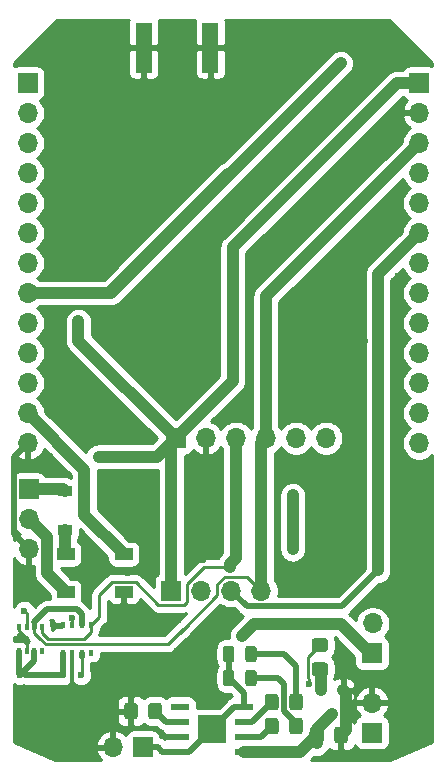
<source format=gbr>
G04 #@! TF.GenerationSoftware,KiCad,Pcbnew,(5.1.10)-1*
G04 #@! TF.CreationDate,2022-01-12T20:10:35+01:00*
G04 #@! TF.ProjectId,ttgot5,7474676f-7435-42e6-9b69-6361645f7063,rev?*
G04 #@! TF.SameCoordinates,Original*
G04 #@! TF.FileFunction,Copper,L1,Top*
G04 #@! TF.FilePolarity,Positive*
%FSLAX46Y46*%
G04 Gerber Fmt 4.6, Leading zero omitted, Abs format (unit mm)*
G04 Created by KiCad (PCBNEW (5.1.10)-1) date 2022-01-12 20:10:35*
%MOMM*%
%LPD*%
G01*
G04 APERTURE LIST*
G04 #@! TA.AperFunction,SMDPad,CuDef*
%ADD10R,0.800000X0.900000*%
G04 #@! TD*
G04 #@! TA.AperFunction,ComponentPad*
%ADD11O,1.700000X1.700000*%
G04 #@! TD*
G04 #@! TA.AperFunction,ComponentPad*
%ADD12R,1.700000X1.700000*%
G04 #@! TD*
G04 #@! TA.AperFunction,SMDPad,CuDef*
%ADD13R,2.350000X2.350000*%
G04 #@! TD*
G04 #@! TA.AperFunction,SMDPad,CuDef*
%ADD14R,1.550000X0.600000*%
G04 #@! TD*
G04 #@! TA.AperFunction,SMDPad,CuDef*
%ADD15R,1.200000X0.900000*%
G04 #@! TD*
G04 #@! TA.AperFunction,SMDPad,CuDef*
%ADD16R,1.500000X1.000000*%
G04 #@! TD*
G04 #@! TA.AperFunction,SMDPad,CuDef*
%ADD17R,1.350000X4.200000*%
G04 #@! TD*
G04 #@! TA.AperFunction,SMDPad,CuDef*
%ADD18R,0.400000X0.550000*%
G04 #@! TD*
G04 #@! TA.AperFunction,SMDPad,CuDef*
%ADD19R,0.350000X0.500000*%
G04 #@! TD*
G04 #@! TA.AperFunction,ViaPad*
%ADD20C,0.600000*%
G04 #@! TD*
G04 #@! TA.AperFunction,Conductor*
%ADD21C,0.250000*%
G04 #@! TD*
G04 #@! TA.AperFunction,Conductor*
%ADD22C,0.300000*%
G04 #@! TD*
G04 #@! TA.AperFunction,Conductor*
%ADD23C,0.500000*%
G04 #@! TD*
G04 #@! TA.AperFunction,Conductor*
%ADD24C,1.000000*%
G04 #@! TD*
G04 #@! TA.AperFunction,Conductor*
%ADD25C,0.400000*%
G04 #@! TD*
G04 #@! TA.AperFunction,Conductor*
%ADD26C,0.254000*%
G04 #@! TD*
G04 #@! TA.AperFunction,Conductor*
%ADD27C,0.100000*%
G04 #@! TD*
G04 APERTURE END LIST*
D10*
X127606000Y-159416000D03*
X126656000Y-157416000D03*
X128556000Y-157416000D03*
G04 #@! TA.AperFunction,SMDPad,CuDef*
G36*
G01*
X126139999Y-155056000D02*
X127040001Y-155056000D01*
G75*
G02*
X127290000Y-155305999I0J-249999D01*
G01*
X127290000Y-155956001D01*
G75*
G02*
X127040001Y-156206000I-249999J0D01*
G01*
X126139999Y-156206000D01*
G75*
G02*
X125890000Y-155956001I0J249999D01*
G01*
X125890000Y-155305999D01*
G75*
G02*
X126139999Y-155056000I249999J0D01*
G01*
G37*
G04 #@! TD.AperFunction*
G04 #@! TA.AperFunction,SMDPad,CuDef*
G36*
G01*
X126139999Y-153006000D02*
X127040001Y-153006000D01*
G75*
G02*
X127290000Y-153255999I0J-249999D01*
G01*
X127290000Y-153906001D01*
G75*
G02*
X127040001Y-154156000I-249999J0D01*
G01*
X126139999Y-154156000D01*
G75*
G02*
X125890000Y-153906001I0J249999D01*
G01*
X125890000Y-153255999D01*
G75*
G02*
X126139999Y-153006000I249999J0D01*
G01*
G37*
G04 #@! TD.AperFunction*
G04 #@! TA.AperFunction,SMDPad,CuDef*
G36*
G01*
X111163000Y-158727999D02*
X111163000Y-159628001D01*
G75*
G02*
X110913001Y-159878000I-249999J0D01*
G01*
X110262999Y-159878000D01*
G75*
G02*
X110013000Y-159628001I0J249999D01*
G01*
X110013000Y-158727999D01*
G75*
G02*
X110262999Y-158478000I249999J0D01*
G01*
X110913001Y-158478000D01*
G75*
G02*
X111163000Y-158727999I0J-249999D01*
G01*
G37*
G04 #@! TD.AperFunction*
G04 #@! TA.AperFunction,SMDPad,CuDef*
G36*
G01*
X113213000Y-158727999D02*
X113213000Y-159628001D01*
G75*
G02*
X112963001Y-159878000I-249999J0D01*
G01*
X112312999Y-159878000D01*
G75*
G02*
X112063000Y-159628001I0J249999D01*
G01*
X112063000Y-158727999D01*
G75*
G02*
X112312999Y-158478000I249999J0D01*
G01*
X112963001Y-158478000D01*
G75*
G02*
X113213000Y-158727999I0J-249999D01*
G01*
G37*
G04 #@! TD.AperFunction*
G04 #@! TA.AperFunction,SMDPad,CuDef*
G36*
G01*
X123092000Y-157965999D02*
X123092000Y-158866001D01*
G75*
G02*
X122842001Y-159116000I-249999J0D01*
G01*
X122191999Y-159116000D01*
G75*
G02*
X121942000Y-158866001I0J249999D01*
G01*
X121942000Y-157965999D01*
G75*
G02*
X122191999Y-157716000I249999J0D01*
G01*
X122842001Y-157716000D01*
G75*
G02*
X123092000Y-157965999I0J-249999D01*
G01*
G37*
G04 #@! TD.AperFunction*
G04 #@! TA.AperFunction,SMDPad,CuDef*
G36*
G01*
X125142000Y-157965999D02*
X125142000Y-158866001D01*
G75*
G02*
X124892001Y-159116000I-249999J0D01*
G01*
X124241999Y-159116000D01*
G75*
G02*
X123992000Y-158866001I0J249999D01*
G01*
X123992000Y-157965999D01*
G75*
G02*
X124241999Y-157716000I249999J0D01*
G01*
X124892001Y-157716000D01*
G75*
G02*
X125142000Y-157965999I0J-249999D01*
G01*
G37*
G04 #@! TD.AperFunction*
G04 #@! TA.AperFunction,SMDPad,CuDef*
G36*
G01*
X123092000Y-159997999D02*
X123092000Y-160898001D01*
G75*
G02*
X122842001Y-161148000I-249999J0D01*
G01*
X122191999Y-161148000D01*
G75*
G02*
X121942000Y-160898001I0J249999D01*
G01*
X121942000Y-159997999D01*
G75*
G02*
X122191999Y-159748000I249999J0D01*
G01*
X122842001Y-159748000D01*
G75*
G02*
X123092000Y-159997999I0J-249999D01*
G01*
G37*
G04 #@! TD.AperFunction*
G04 #@! TA.AperFunction,SMDPad,CuDef*
G36*
G01*
X125142000Y-159997999D02*
X125142000Y-160898001D01*
G75*
G02*
X124892001Y-161148000I-249999J0D01*
G01*
X124241999Y-161148000D01*
G75*
G02*
X123992000Y-160898001I0J249999D01*
G01*
X123992000Y-159997999D01*
G75*
G02*
X124241999Y-159748000I249999J0D01*
G01*
X124892001Y-159748000D01*
G75*
G02*
X125142000Y-159997999I0J-249999D01*
G01*
G37*
G04 #@! TD.AperFunction*
D11*
X109064000Y-162226000D03*
D12*
X111604000Y-162226000D03*
G04 #@! TA.AperFunction,SMDPad,CuDef*
G36*
G01*
X119360500Y-153895750D02*
X119360500Y-154808250D01*
G75*
G02*
X119116750Y-155052000I-243750J0D01*
G01*
X118629250Y-155052000D01*
G75*
G02*
X118385500Y-154808250I0J243750D01*
G01*
X118385500Y-153895750D01*
G75*
G02*
X118629250Y-153652000I243750J0D01*
G01*
X119116750Y-153652000D01*
G75*
G02*
X119360500Y-153895750I0J-243750D01*
G01*
G37*
G04 #@! TD.AperFunction*
G04 #@! TA.AperFunction,SMDPad,CuDef*
G36*
G01*
X121235500Y-153895750D02*
X121235500Y-154808250D01*
G75*
G02*
X120991750Y-155052000I-243750J0D01*
G01*
X120504250Y-155052000D01*
G75*
G02*
X120260500Y-154808250I0J243750D01*
G01*
X120260500Y-153895750D01*
G75*
G02*
X120504250Y-153652000I243750J0D01*
G01*
X120991750Y-153652000D01*
G75*
G02*
X121235500Y-153895750I0J-243750D01*
G01*
G37*
G04 #@! TD.AperFunction*
G04 #@! TA.AperFunction,SMDPad,CuDef*
G36*
G01*
X119360500Y-155927750D02*
X119360500Y-156840250D01*
G75*
G02*
X119116750Y-157084000I-243750J0D01*
G01*
X118629250Y-157084000D01*
G75*
G02*
X118385500Y-156840250I0J243750D01*
G01*
X118385500Y-155927750D01*
G75*
G02*
X118629250Y-155684000I243750J0D01*
G01*
X119116750Y-155684000D01*
G75*
G02*
X119360500Y-155927750I0J-243750D01*
G01*
G37*
G04 #@! TD.AperFunction*
G04 #@! TA.AperFunction,SMDPad,CuDef*
G36*
G01*
X121235500Y-155927750D02*
X121235500Y-156840250D01*
G75*
G02*
X120991750Y-157084000I-243750J0D01*
G01*
X120504250Y-157084000D01*
G75*
G02*
X120260500Y-156840250I0J243750D01*
G01*
X120260500Y-155927750D01*
G75*
G02*
X120504250Y-155684000I243750J0D01*
G01*
X120991750Y-155684000D01*
G75*
G02*
X121235500Y-155927750I0J-243750D01*
G01*
G37*
G04 #@! TD.AperFunction*
G04 #@! TA.AperFunction,SMDPad,CuDef*
G36*
G01*
X126902000Y-160759999D02*
X126902000Y-161660001D01*
G75*
G02*
X126652001Y-161910000I-249999J0D01*
G01*
X126001999Y-161910000D01*
G75*
G02*
X125752000Y-161660001I0J249999D01*
G01*
X125752000Y-160759999D01*
G75*
G02*
X126001999Y-160510000I249999J0D01*
G01*
X126652001Y-160510000D01*
G75*
G02*
X126902000Y-160759999I0J-249999D01*
G01*
G37*
G04 #@! TD.AperFunction*
G04 #@! TA.AperFunction,SMDPad,CuDef*
G36*
G01*
X128952000Y-160759999D02*
X128952000Y-161660001D01*
G75*
G02*
X128702001Y-161910000I-249999J0D01*
G01*
X128051999Y-161910000D01*
G75*
G02*
X127802000Y-161660001I0J249999D01*
G01*
X127802000Y-160759999D01*
G75*
G02*
X128051999Y-160510000I249999J0D01*
G01*
X128702001Y-160510000D01*
G75*
G02*
X128952000Y-160759999I0J-249999D01*
G01*
G37*
G04 #@! TD.AperFunction*
D13*
X117446000Y-160702000D03*
D14*
X120146000Y-158797000D03*
X120146000Y-160067000D03*
X120146000Y-161337000D03*
X120146000Y-162607000D03*
X114746000Y-162607000D03*
X114746000Y-161337000D03*
X114746000Y-160067000D03*
X114746000Y-158797000D03*
D15*
X105000000Y-140510000D03*
X105000000Y-143810000D03*
D11*
X101952000Y-145462000D03*
X101952000Y-142922000D03*
D12*
X101952000Y-140382000D03*
D16*
X105090000Y-145894000D03*
X105090000Y-149094000D03*
X109990000Y-145894000D03*
X109990000Y-149094000D03*
D11*
X127098000Y-136064000D03*
X124558000Y-136064000D03*
X122018000Y-136064000D03*
X119478000Y-136064000D03*
X116938000Y-136064000D03*
D12*
X114398000Y-136064000D03*
D11*
X131060400Y-151761200D03*
D12*
X131000000Y-154301200D03*
D11*
X131000000Y-158460000D03*
D12*
X131000000Y-161000000D03*
D17*
X117325000Y-103000000D03*
X111675000Y-103000000D03*
D12*
X101850000Y-106000000D03*
D11*
X101850000Y-108540000D03*
X101850000Y-111080000D03*
X101850000Y-113620000D03*
X101850000Y-116160000D03*
X101850000Y-118700000D03*
X101850000Y-121240000D03*
X101850000Y-123780000D03*
X101850000Y-126320000D03*
X101850000Y-128860000D03*
X101850000Y-131400000D03*
X101850000Y-133940000D03*
X101850000Y-136480000D03*
X135000000Y-136480000D03*
X135000000Y-133940000D03*
X135000000Y-131400000D03*
X135000000Y-128860000D03*
X135000000Y-126320000D03*
X135000000Y-123780000D03*
X135000000Y-121240000D03*
X135000000Y-118700000D03*
X135000000Y-116160000D03*
X135000000Y-113620000D03*
X135000000Y-111080000D03*
X135000000Y-108540000D03*
D12*
X135000000Y-106000000D03*
X114000000Y-149000000D03*
D11*
X116540000Y-149000000D03*
X119080000Y-149000000D03*
X121620000Y-149000000D03*
D18*
X104816000Y-151932000D03*
X105616000Y-151932000D03*
X106416000Y-151932000D03*
X107216000Y-151932000D03*
X107216000Y-154232000D03*
X106416000Y-154232000D03*
X105616000Y-154232000D03*
X104816000Y-154232000D03*
D19*
X103054000Y-152057000D03*
X102404000Y-152057000D03*
X101754000Y-152057000D03*
X101104000Y-152057000D03*
X101104000Y-154107000D03*
X101754000Y-154107000D03*
X102404000Y-154107000D03*
X103054000Y-154107000D03*
D20*
X116564000Y-105826000D03*
X116564000Y-107826000D03*
X116557000Y-108826000D03*
X116564000Y-106826000D03*
X111223000Y-109260000D03*
X111286000Y-110238000D03*
X112366000Y-111172000D03*
X113509000Y-112061000D03*
X111223000Y-108251000D03*
X111223000Y-107108000D03*
X111223000Y-106092000D03*
X116684000Y-109775000D03*
X130400000Y-127809000D03*
X111096000Y-118792000D03*
X130146000Y-132508000D03*
X109699000Y-150542000D03*
X124304000Y-149272000D03*
X117954000Y-157844500D03*
X101707643Y-153085545D03*
X102587000Y-158000000D03*
X103984000Y-151812000D03*
X119986000Y-132508000D03*
X114652000Y-125904000D03*
X114652000Y-133016000D03*
X119478000Y-151558000D03*
X110334000Y-147494000D03*
X109572000Y-143176000D03*
X131670000Y-117268000D03*
X103730000Y-137588000D03*
X106778000Y-144700000D03*
X116684000Y-146360000D03*
X107540000Y-147748000D03*
X111350000Y-135048000D03*
X133194000Y-122348000D03*
X104873000Y-156130000D03*
X101190000Y-156130000D03*
X106143000Y-126158000D03*
X106371600Y-156130000D03*
X107857500Y-137651500D03*
X128368000Y-104314000D03*
X124304000Y-140890000D03*
X124304000Y-145462000D03*
X118970000Y-146986000D03*
X101571000Y-150669000D03*
X105635000Y-151319000D03*
X125955000Y-161210000D03*
X120022670Y-152791330D03*
X125654168Y-156852397D03*
D21*
X101104000Y-152417002D02*
X101104000Y-152057000D01*
X101754000Y-153067002D02*
X101104000Y-152417002D01*
X101754000Y-154107000D02*
X101754000Y-153067002D01*
X101754000Y-154107000D02*
X101754000Y-153131902D01*
X101754000Y-153131902D02*
X101707643Y-153085545D01*
D22*
X105616000Y-154232000D02*
X105616000Y-158000000D01*
D21*
X104816000Y-151932000D02*
X104764400Y-151932000D01*
D23*
X100651999Y-137678001D02*
X101850000Y-136480000D01*
X100651999Y-144161999D02*
X100651999Y-137678001D01*
X101952000Y-145462000D02*
X100651999Y-144161999D01*
D24*
X128806009Y-160780991D02*
X128377000Y-161210000D01*
X128806009Y-157666009D02*
X128806009Y-160780991D01*
X128556000Y-157416000D02*
X128806009Y-157666009D01*
D23*
X104873000Y-154289000D02*
X104816000Y-154232000D01*
X104873000Y-156130000D02*
X104873000Y-154289000D01*
X101104000Y-156044000D02*
X101104000Y-154107000D01*
X101190000Y-156130000D02*
X101104000Y-156044000D01*
X102404000Y-154916000D02*
X101190000Y-156130000D01*
X102404000Y-154107000D02*
X102404000Y-154916000D01*
X106416000Y-154232000D02*
X106416000Y-154587000D01*
D24*
X133150000Y-106000000D02*
X119224000Y-119926000D01*
X135000000Y-106000000D02*
X133150000Y-106000000D01*
D23*
X101614264Y-156130000D02*
X104873000Y-156130000D01*
D21*
X101190000Y-156130000D02*
X101614264Y-156130000D01*
X106416000Y-154232000D02*
X106416000Y-156085600D01*
X106416000Y-156085600D02*
X106371600Y-156130000D01*
D24*
X112810500Y-137651500D02*
X114398000Y-136064000D01*
X106143000Y-127809000D02*
X114398000Y-136064000D01*
X106143000Y-126158000D02*
X106143000Y-127809000D01*
X119224000Y-119926000D02*
X119224000Y-131238000D01*
X119224000Y-131238000D02*
X114398000Y-136064000D01*
X114000000Y-136462000D02*
X114398000Y-136064000D01*
X114000000Y-149000000D02*
X114000000Y-136462000D01*
X107857500Y-137651500D02*
X112810500Y-137651500D01*
X101850000Y-123780000D02*
X108775000Y-123780000D01*
X108775000Y-123780000D02*
X118843000Y-113712000D01*
X108902000Y-123780000D02*
X101850000Y-123780000D01*
X128368000Y-104314000D02*
X108902000Y-123780000D01*
X104872000Y-140382000D02*
X105000000Y-140510000D01*
X101952000Y-140382000D02*
X104872000Y-140382000D01*
X124304000Y-140890000D02*
X124304000Y-145462000D01*
D21*
X109953000Y-146223000D02*
X109953000Y-146140264D01*
D24*
X106657490Y-138747490D02*
X101850000Y-133940000D01*
X106657490Y-142561490D02*
X106657490Y-138747490D01*
X109990000Y-145894000D02*
X106657490Y-142561490D01*
D21*
X103054000Y-152557000D02*
X103579000Y-153082000D01*
X103054000Y-152057000D02*
X103054000Y-152557000D01*
X107216000Y-152457000D02*
X107216000Y-151932000D01*
X106591000Y-153082000D02*
X107216000Y-152457000D01*
X103579000Y-153082000D02*
X106591000Y-153082000D01*
D25*
X118545736Y-146986000D02*
X118970000Y-146986000D01*
D24*
X119478000Y-136064000D02*
X119478000Y-146224000D01*
X118970000Y-146732000D02*
X118970000Y-146986000D01*
X119478000Y-146224000D02*
X118970000Y-146732000D01*
X131511000Y-122189000D02*
X131511000Y-147272000D01*
X135000000Y-118700000D02*
X131511000Y-122189000D01*
D21*
X115364999Y-148435999D02*
X116814998Y-146986000D01*
X115110001Y-150175001D02*
X115364999Y-149920003D01*
X112906003Y-150175001D02*
X115110001Y-150175001D01*
X111000001Y-148268999D02*
X112906003Y-150175001D01*
X108979999Y-148268999D02*
X111000001Y-148268999D01*
X107911001Y-149337997D02*
X108979999Y-148268999D01*
X116814998Y-146986000D02*
X118970000Y-146986000D01*
X107911001Y-151236999D02*
X107911001Y-149337997D01*
X115364999Y-149920003D02*
X115364999Y-148435999D01*
X107216000Y-151932000D02*
X107911001Y-151236999D01*
X102404000Y-152057000D02*
X102404000Y-152557000D01*
X117904999Y-148435999D02*
X117904999Y-149374003D01*
X118515999Y-147824999D02*
X117904999Y-148435999D01*
X120444999Y-147824999D02*
X118515999Y-147824999D01*
X121620000Y-149000000D02*
X120444999Y-147824999D01*
X102835090Y-152974500D02*
X103392600Y-153532010D01*
X102821500Y-152974500D02*
X102835090Y-152974500D01*
X102821500Y-152974500D02*
X102929000Y-153082000D01*
X102404000Y-152557000D02*
X102821500Y-152974500D01*
X103392600Y-153532010D02*
X113693990Y-153532010D01*
X115006499Y-152219501D02*
X115059501Y-152219501D01*
X113693990Y-153532010D02*
X115006499Y-152219501D01*
X117904999Y-149374003D02*
X115059501Y-152219501D01*
X115059501Y-152219501D02*
X114747001Y-152532001D01*
D24*
X121620000Y-136462000D02*
X122018000Y-136064000D01*
X121620000Y-149000000D02*
X121620000Y-136462000D01*
X122018000Y-124062000D02*
X135000000Y-111080000D01*
X122018000Y-136064000D02*
X122018000Y-124062000D01*
D25*
X102404000Y-152057000D02*
X102404000Y-151614000D01*
D23*
X106416000Y-150989998D02*
X106416000Y-151932000D01*
X105995001Y-150568999D02*
X106416000Y-150989998D01*
X103449001Y-150568999D02*
X105995001Y-150568999D01*
X102404000Y-151614000D02*
X103449001Y-150568999D01*
D21*
X101754000Y-152057000D02*
X101754000Y-150852000D01*
X101754000Y-150852000D02*
X101571000Y-150669000D01*
X105616000Y-151932000D02*
X105616000Y-151338000D01*
X105616000Y-151338000D02*
X105635000Y-151319000D01*
D24*
X103502001Y-144472001D02*
X101952000Y-142922000D01*
X103502001Y-147506001D02*
X103502001Y-144472001D01*
X105090000Y-149094000D02*
X103502001Y-147506001D01*
D21*
X104746000Y-145719264D02*
X104619000Y-145846264D01*
D24*
X105000000Y-145804000D02*
X105090000Y-145894000D01*
X105000000Y-143810000D02*
X105000000Y-145804000D01*
D23*
X120146000Y-157657000D02*
X118873000Y-156384000D01*
X120146000Y-158797000D02*
X120146000Y-157657000D01*
X111604000Y-162226000D02*
X112874000Y-162226000D01*
X113255000Y-162607000D02*
X114746000Y-162607000D01*
X112874000Y-162226000D02*
X113255000Y-162607000D01*
X115541000Y-162607000D02*
X117446000Y-160702000D01*
X114746000Y-162607000D02*
X115541000Y-162607000D01*
X119351000Y-158797000D02*
X117446000Y-160702000D01*
X120146000Y-158797000D02*
X119351000Y-158797000D01*
X124567000Y-156217500D02*
X124567000Y-158416000D01*
X121628000Y-161337000D02*
X122517000Y-160448000D01*
X120146000Y-161337000D02*
X121628000Y-161337000D01*
X120866000Y-160067000D02*
X122517000Y-158416000D01*
X120146000Y-160067000D02*
X120866000Y-160067000D01*
X113527000Y-160067000D02*
X114746000Y-160067000D01*
X112638000Y-159178000D02*
X113527000Y-160067000D01*
D24*
X126656000Y-155697000D02*
X126581000Y-155622000D01*
X126656000Y-157416000D02*
X126656000Y-155697000D01*
X124930000Y-162607000D02*
X126327000Y-161210000D01*
X120146000Y-162607000D02*
X124930000Y-162607000D01*
X126327000Y-160695000D02*
X126327000Y-161210000D01*
X127606000Y-159416000D02*
X126327000Y-160695000D01*
X126327000Y-161210000D02*
X126327000Y-161910000D01*
D23*
X128482999Y-150300001D02*
X131511000Y-147272000D01*
X120380001Y-150300001D02*
X128482999Y-150300001D01*
X119080000Y-149000000D02*
X120380001Y-150300001D01*
D24*
X131000000Y-154301200D02*
X130857200Y-154301200D01*
X130857200Y-154301200D02*
X128368000Y-151812000D01*
X128368000Y-151812000D02*
X121764000Y-151812000D01*
X121764000Y-151812000D02*
X121365000Y-151812000D01*
X121002000Y-151812000D02*
X120022670Y-152791330D01*
X121764000Y-151812000D02*
X121002000Y-151812000D01*
D23*
X118873000Y-156384000D02*
X118873000Y-154352000D01*
X123034000Y-156384000D02*
X120748000Y-156384000D01*
X123542000Y-159155966D02*
X123542000Y-156892000D01*
X123542000Y-156892000D02*
X123034000Y-156384000D01*
X124567000Y-160180966D02*
X123542000Y-159155966D01*
X124567000Y-160448000D02*
X124567000Y-160180966D01*
X124567000Y-158416000D02*
X124567000Y-155377000D01*
X123542000Y-154352000D02*
X120748000Y-154352000D01*
X124567000Y-155377000D02*
X123542000Y-154352000D01*
D21*
X125564990Y-156338955D02*
X125564990Y-154606010D01*
X125564990Y-154606010D02*
X126590000Y-153581000D01*
X125654168Y-156428133D02*
X125564990Y-156338955D01*
X125654168Y-156852397D02*
X125654168Y-156428133D01*
D26*
X118376589Y-150315990D02*
X118646842Y-150427932D01*
X118933740Y-150485000D01*
X119226260Y-150485000D01*
X119298960Y-150470539D01*
X119723471Y-150895050D01*
X119751184Y-150928818D01*
X119784952Y-150956531D01*
X119784954Y-150956533D01*
X119825730Y-150989997D01*
X119885942Y-151039412D01*
X120039688Y-151121590D01*
X120076202Y-151132666D01*
X119180682Y-152028187D01*
X119074387Y-152157708D01*
X118968994Y-152354884D01*
X118904093Y-152568832D01*
X118882179Y-152791330D01*
X118904093Y-153013828D01*
X118904123Y-153013928D01*
X118629250Y-153013928D01*
X118457215Y-153030872D01*
X118291791Y-153081053D01*
X118139336Y-153162542D01*
X118005708Y-153272208D01*
X117896042Y-153405836D01*
X117814553Y-153558291D01*
X117764372Y-153723715D01*
X117747428Y-153895750D01*
X117747428Y-154808250D01*
X117764372Y-154980285D01*
X117814553Y-155145709D01*
X117896042Y-155298164D01*
X117953355Y-155368000D01*
X117896042Y-155437836D01*
X117814553Y-155590291D01*
X117764372Y-155755715D01*
X117747428Y-155927750D01*
X117747428Y-156840250D01*
X117764372Y-157012285D01*
X117814553Y-157177709D01*
X117896042Y-157330164D01*
X118005708Y-157463792D01*
X118139336Y-157573458D01*
X118291791Y-157654947D01*
X118457215Y-157705128D01*
X118629250Y-157722072D01*
X118959493Y-157722072D01*
X119140707Y-157903285D01*
X119126820Y-157907498D01*
X119016506Y-157966463D01*
X118996107Y-157983204D01*
X118969711Y-157997313D01*
X118856941Y-158057589D01*
X118755953Y-158140468D01*
X118755951Y-158140470D01*
X118722183Y-158168183D01*
X118694470Y-158201951D01*
X118007493Y-158888928D01*
X116271000Y-158888928D01*
X116159072Y-158899952D01*
X116159072Y-158497000D01*
X116146812Y-158372518D01*
X116110502Y-158252820D01*
X116051537Y-158142506D01*
X115972185Y-158045815D01*
X115875494Y-157966463D01*
X115765180Y-157907498D01*
X115645482Y-157871188D01*
X115521000Y-157858928D01*
X113971000Y-157858928D01*
X113846518Y-157871188D01*
X113726820Y-157907498D01*
X113616506Y-157966463D01*
X113522353Y-158043732D01*
X113456387Y-157989595D01*
X113302851Y-157907528D01*
X113136255Y-157856992D01*
X112963001Y-157839928D01*
X112312999Y-157839928D01*
X112139745Y-157856992D01*
X111973149Y-157907528D01*
X111819613Y-157989595D01*
X111685038Y-158100038D01*
X111679658Y-158106594D01*
X111614185Y-158026815D01*
X111517494Y-157947463D01*
X111407180Y-157888498D01*
X111287482Y-157852188D01*
X111163000Y-157839928D01*
X110873750Y-157843000D01*
X110715000Y-158001750D01*
X110715000Y-159051000D01*
X110735000Y-159051000D01*
X110735000Y-159305000D01*
X110715000Y-159305000D01*
X110715000Y-160354250D01*
X110873750Y-160513000D01*
X111163000Y-160516072D01*
X111287482Y-160503812D01*
X111407180Y-160467502D01*
X111517494Y-160408537D01*
X111614185Y-160329185D01*
X111679658Y-160249406D01*
X111685038Y-160255962D01*
X111819613Y-160366405D01*
X111973149Y-160448472D01*
X112139745Y-160499008D01*
X112312999Y-160516072D01*
X112724493Y-160516072D01*
X112870470Y-160662049D01*
X112898183Y-160695817D01*
X112931951Y-160723530D01*
X112931953Y-160723532D01*
X112976388Y-160759999D01*
X113032941Y-160806411D01*
X113186687Y-160888589D01*
X113342878Y-160935970D01*
X113332928Y-161037000D01*
X113336000Y-161051250D01*
X113494750Y-161210000D01*
X114619000Y-161210000D01*
X114619000Y-161190000D01*
X114873000Y-161190000D01*
X114873000Y-161210000D01*
X114893000Y-161210000D01*
X114893000Y-161464000D01*
X114873000Y-161464000D01*
X114873000Y-161484000D01*
X114619000Y-161484000D01*
X114619000Y-161464000D01*
X113494750Y-161464000D01*
X113425236Y-161533514D01*
X113368059Y-161486589D01*
X113214313Y-161404411D01*
X113091192Y-161367062D01*
X113079812Y-161251518D01*
X113043502Y-161131820D01*
X112984537Y-161021506D01*
X112905185Y-160924815D01*
X112808494Y-160845463D01*
X112698180Y-160786498D01*
X112578482Y-160750188D01*
X112454000Y-160737928D01*
X110754000Y-160737928D01*
X110629518Y-160750188D01*
X110509820Y-160786498D01*
X110399506Y-160845463D01*
X110302815Y-160924815D01*
X110223463Y-161021506D01*
X110164498Y-161131820D01*
X110140034Y-161212466D01*
X110064269Y-161128412D01*
X109830920Y-160954359D01*
X109568099Y-160829175D01*
X109420890Y-160784524D01*
X109191000Y-160905845D01*
X109191000Y-162099000D01*
X109211000Y-162099000D01*
X109211000Y-162353000D01*
X109191000Y-162353000D01*
X109191000Y-162373000D01*
X108937000Y-162373000D01*
X108937000Y-162353000D01*
X107743186Y-162353000D01*
X107622519Y-162582891D01*
X107719843Y-162857252D01*
X107868822Y-163107355D01*
X108055990Y-163315000D01*
X104203879Y-163315000D01*
X100821677Y-161869109D01*
X107622519Y-161869109D01*
X107743186Y-162099000D01*
X108937000Y-162099000D01*
X108937000Y-160905845D01*
X108707110Y-160784524D01*
X108559901Y-160829175D01*
X108297080Y-160954359D01*
X108063731Y-161128412D01*
X107868822Y-161344645D01*
X107719843Y-161594748D01*
X107622519Y-161869109D01*
X100821677Y-161869109D01*
X100685000Y-161810680D01*
X100685000Y-159878000D01*
X109374928Y-159878000D01*
X109387188Y-160002482D01*
X109423498Y-160122180D01*
X109482463Y-160232494D01*
X109561815Y-160329185D01*
X109658506Y-160408537D01*
X109768820Y-160467502D01*
X109888518Y-160503812D01*
X110013000Y-160516072D01*
X110302250Y-160513000D01*
X110461000Y-160354250D01*
X110461000Y-159305000D01*
X109536750Y-159305000D01*
X109378000Y-159463750D01*
X109374928Y-159878000D01*
X100685000Y-159878000D01*
X100685000Y-158478000D01*
X109374928Y-158478000D01*
X109378000Y-158892250D01*
X109536750Y-159051000D01*
X110461000Y-159051000D01*
X110461000Y-158001750D01*
X110302250Y-157843000D01*
X110013000Y-157839928D01*
X109888518Y-157852188D01*
X109768820Y-157888498D01*
X109658506Y-157947463D01*
X109561815Y-158026815D01*
X109482463Y-158123506D01*
X109423498Y-158233820D01*
X109387188Y-158353518D01*
X109374928Y-158478000D01*
X100685000Y-158478000D01*
X100685000Y-156917085D01*
X100747111Y-156958586D01*
X100917271Y-157029068D01*
X101097911Y-157065000D01*
X101282089Y-157065000D01*
X101462729Y-157029068D01*
X101510926Y-157009104D01*
X101570787Y-157015000D01*
X104566308Y-157015000D01*
X104600271Y-157029068D01*
X104780911Y-157065000D01*
X104965089Y-157065000D01*
X105145729Y-157029068D01*
X105315889Y-156958586D01*
X105469028Y-156856262D01*
X105599262Y-156726028D01*
X105622300Y-156691549D01*
X105645338Y-156726028D01*
X105775572Y-156856262D01*
X105928711Y-156958586D01*
X106098871Y-157029068D01*
X106279511Y-157065000D01*
X106463689Y-157065000D01*
X106644329Y-157029068D01*
X106814489Y-156958586D01*
X106967628Y-156856262D01*
X107097862Y-156726028D01*
X107200186Y-156572889D01*
X107270668Y-156402729D01*
X107306600Y-156222089D01*
X107306600Y-156037911D01*
X107270668Y-155857271D01*
X107200186Y-155687111D01*
X107176000Y-155650914D01*
X107176000Y-155145072D01*
X107416000Y-155145072D01*
X107540482Y-155132812D01*
X107660180Y-155096502D01*
X107770494Y-155037537D01*
X107867185Y-154958185D01*
X107946537Y-154861494D01*
X108005502Y-154751180D01*
X108041812Y-154631482D01*
X108054072Y-154507000D01*
X108054072Y-154292010D01*
X113656668Y-154292010D01*
X113693990Y-154295686D01*
X113731312Y-154292010D01*
X113731323Y-154292010D01*
X113842976Y-154281013D01*
X113986237Y-154237556D01*
X114118266Y-154166984D01*
X114233991Y-154072011D01*
X114257794Y-154043007D01*
X115090823Y-153209979D01*
X115171277Y-153166975D01*
X115258003Y-153095800D01*
X115570498Y-152783305D01*
X115599502Y-152759502D01*
X115623305Y-152730498D01*
X118173508Y-150180296D01*
X118376589Y-150315990D01*
G04 #@! TA.AperFunction,Conductor*
D27*
G36*
X118376589Y-150315990D02*
G01*
X118646842Y-150427932D01*
X118933740Y-150485000D01*
X119226260Y-150485000D01*
X119298960Y-150470539D01*
X119723471Y-150895050D01*
X119751184Y-150928818D01*
X119784952Y-150956531D01*
X119784954Y-150956533D01*
X119825730Y-150989997D01*
X119885942Y-151039412D01*
X120039688Y-151121590D01*
X120076202Y-151132666D01*
X119180682Y-152028187D01*
X119074387Y-152157708D01*
X118968994Y-152354884D01*
X118904093Y-152568832D01*
X118882179Y-152791330D01*
X118904093Y-153013828D01*
X118904123Y-153013928D01*
X118629250Y-153013928D01*
X118457215Y-153030872D01*
X118291791Y-153081053D01*
X118139336Y-153162542D01*
X118005708Y-153272208D01*
X117896042Y-153405836D01*
X117814553Y-153558291D01*
X117764372Y-153723715D01*
X117747428Y-153895750D01*
X117747428Y-154808250D01*
X117764372Y-154980285D01*
X117814553Y-155145709D01*
X117896042Y-155298164D01*
X117953355Y-155368000D01*
X117896042Y-155437836D01*
X117814553Y-155590291D01*
X117764372Y-155755715D01*
X117747428Y-155927750D01*
X117747428Y-156840250D01*
X117764372Y-157012285D01*
X117814553Y-157177709D01*
X117896042Y-157330164D01*
X118005708Y-157463792D01*
X118139336Y-157573458D01*
X118291791Y-157654947D01*
X118457215Y-157705128D01*
X118629250Y-157722072D01*
X118959493Y-157722072D01*
X119140707Y-157903285D01*
X119126820Y-157907498D01*
X119016506Y-157966463D01*
X118996107Y-157983204D01*
X118969711Y-157997313D01*
X118856941Y-158057589D01*
X118755953Y-158140468D01*
X118755951Y-158140470D01*
X118722183Y-158168183D01*
X118694470Y-158201951D01*
X118007493Y-158888928D01*
X116271000Y-158888928D01*
X116159072Y-158899952D01*
X116159072Y-158497000D01*
X116146812Y-158372518D01*
X116110502Y-158252820D01*
X116051537Y-158142506D01*
X115972185Y-158045815D01*
X115875494Y-157966463D01*
X115765180Y-157907498D01*
X115645482Y-157871188D01*
X115521000Y-157858928D01*
X113971000Y-157858928D01*
X113846518Y-157871188D01*
X113726820Y-157907498D01*
X113616506Y-157966463D01*
X113522353Y-158043732D01*
X113456387Y-157989595D01*
X113302851Y-157907528D01*
X113136255Y-157856992D01*
X112963001Y-157839928D01*
X112312999Y-157839928D01*
X112139745Y-157856992D01*
X111973149Y-157907528D01*
X111819613Y-157989595D01*
X111685038Y-158100038D01*
X111679658Y-158106594D01*
X111614185Y-158026815D01*
X111517494Y-157947463D01*
X111407180Y-157888498D01*
X111287482Y-157852188D01*
X111163000Y-157839928D01*
X110873750Y-157843000D01*
X110715000Y-158001750D01*
X110715000Y-159051000D01*
X110735000Y-159051000D01*
X110735000Y-159305000D01*
X110715000Y-159305000D01*
X110715000Y-160354250D01*
X110873750Y-160513000D01*
X111163000Y-160516072D01*
X111287482Y-160503812D01*
X111407180Y-160467502D01*
X111517494Y-160408537D01*
X111614185Y-160329185D01*
X111679658Y-160249406D01*
X111685038Y-160255962D01*
X111819613Y-160366405D01*
X111973149Y-160448472D01*
X112139745Y-160499008D01*
X112312999Y-160516072D01*
X112724493Y-160516072D01*
X112870470Y-160662049D01*
X112898183Y-160695817D01*
X112931951Y-160723530D01*
X112931953Y-160723532D01*
X112976388Y-160759999D01*
X113032941Y-160806411D01*
X113186687Y-160888589D01*
X113342878Y-160935970D01*
X113332928Y-161037000D01*
X113336000Y-161051250D01*
X113494750Y-161210000D01*
X114619000Y-161210000D01*
X114619000Y-161190000D01*
X114873000Y-161190000D01*
X114873000Y-161210000D01*
X114893000Y-161210000D01*
X114893000Y-161464000D01*
X114873000Y-161464000D01*
X114873000Y-161484000D01*
X114619000Y-161484000D01*
X114619000Y-161464000D01*
X113494750Y-161464000D01*
X113425236Y-161533514D01*
X113368059Y-161486589D01*
X113214313Y-161404411D01*
X113091192Y-161367062D01*
X113079812Y-161251518D01*
X113043502Y-161131820D01*
X112984537Y-161021506D01*
X112905185Y-160924815D01*
X112808494Y-160845463D01*
X112698180Y-160786498D01*
X112578482Y-160750188D01*
X112454000Y-160737928D01*
X110754000Y-160737928D01*
X110629518Y-160750188D01*
X110509820Y-160786498D01*
X110399506Y-160845463D01*
X110302815Y-160924815D01*
X110223463Y-161021506D01*
X110164498Y-161131820D01*
X110140034Y-161212466D01*
X110064269Y-161128412D01*
X109830920Y-160954359D01*
X109568099Y-160829175D01*
X109420890Y-160784524D01*
X109191000Y-160905845D01*
X109191000Y-162099000D01*
X109211000Y-162099000D01*
X109211000Y-162353000D01*
X109191000Y-162353000D01*
X109191000Y-162373000D01*
X108937000Y-162373000D01*
X108937000Y-162353000D01*
X107743186Y-162353000D01*
X107622519Y-162582891D01*
X107719843Y-162857252D01*
X107868822Y-163107355D01*
X108055990Y-163315000D01*
X104203879Y-163315000D01*
X100821677Y-161869109D01*
X107622519Y-161869109D01*
X107743186Y-162099000D01*
X108937000Y-162099000D01*
X108937000Y-160905845D01*
X108707110Y-160784524D01*
X108559901Y-160829175D01*
X108297080Y-160954359D01*
X108063731Y-161128412D01*
X107868822Y-161344645D01*
X107719843Y-161594748D01*
X107622519Y-161869109D01*
X100821677Y-161869109D01*
X100685000Y-161810680D01*
X100685000Y-159878000D01*
X109374928Y-159878000D01*
X109387188Y-160002482D01*
X109423498Y-160122180D01*
X109482463Y-160232494D01*
X109561815Y-160329185D01*
X109658506Y-160408537D01*
X109768820Y-160467502D01*
X109888518Y-160503812D01*
X110013000Y-160516072D01*
X110302250Y-160513000D01*
X110461000Y-160354250D01*
X110461000Y-159305000D01*
X109536750Y-159305000D01*
X109378000Y-159463750D01*
X109374928Y-159878000D01*
X100685000Y-159878000D01*
X100685000Y-158478000D01*
X109374928Y-158478000D01*
X109378000Y-158892250D01*
X109536750Y-159051000D01*
X110461000Y-159051000D01*
X110461000Y-158001750D01*
X110302250Y-157843000D01*
X110013000Y-157839928D01*
X109888518Y-157852188D01*
X109768820Y-157888498D01*
X109658506Y-157947463D01*
X109561815Y-158026815D01*
X109482463Y-158123506D01*
X109423498Y-158233820D01*
X109387188Y-158353518D01*
X109374928Y-158478000D01*
X100685000Y-158478000D01*
X100685000Y-156917085D01*
X100747111Y-156958586D01*
X100917271Y-157029068D01*
X101097911Y-157065000D01*
X101282089Y-157065000D01*
X101462729Y-157029068D01*
X101510926Y-157009104D01*
X101570787Y-157015000D01*
X104566308Y-157015000D01*
X104600271Y-157029068D01*
X104780911Y-157065000D01*
X104965089Y-157065000D01*
X105145729Y-157029068D01*
X105315889Y-156958586D01*
X105469028Y-156856262D01*
X105599262Y-156726028D01*
X105622300Y-156691549D01*
X105645338Y-156726028D01*
X105775572Y-156856262D01*
X105928711Y-156958586D01*
X106098871Y-157029068D01*
X106279511Y-157065000D01*
X106463689Y-157065000D01*
X106644329Y-157029068D01*
X106814489Y-156958586D01*
X106967628Y-156856262D01*
X107097862Y-156726028D01*
X107200186Y-156572889D01*
X107270668Y-156402729D01*
X107306600Y-156222089D01*
X107306600Y-156037911D01*
X107270668Y-155857271D01*
X107200186Y-155687111D01*
X107176000Y-155650914D01*
X107176000Y-155145072D01*
X107416000Y-155145072D01*
X107540482Y-155132812D01*
X107660180Y-155096502D01*
X107770494Y-155037537D01*
X107867185Y-154958185D01*
X107946537Y-154861494D01*
X108005502Y-154751180D01*
X108041812Y-154631482D01*
X108054072Y-154507000D01*
X108054072Y-154292010D01*
X113656668Y-154292010D01*
X113693990Y-154295686D01*
X113731312Y-154292010D01*
X113731323Y-154292010D01*
X113842976Y-154281013D01*
X113986237Y-154237556D01*
X114118266Y-154166984D01*
X114233991Y-154072011D01*
X114257794Y-154043007D01*
X115090823Y-153209979D01*
X115171277Y-153166975D01*
X115258003Y-153095800D01*
X115570498Y-152783305D01*
X115599502Y-152759502D01*
X115623305Y-152730498D01*
X118173508Y-150180296D01*
X118376589Y-150315990D01*
G37*
G04 #@! TD.AperFunction*
D26*
X133684010Y-121943411D02*
X133846525Y-122186632D01*
X134053368Y-122393475D01*
X134227760Y-122510000D01*
X134053368Y-122626525D01*
X133846525Y-122833368D01*
X133684010Y-123076589D01*
X133572068Y-123346842D01*
X133515000Y-123633740D01*
X133515000Y-123926260D01*
X133572068Y-124213158D01*
X133684010Y-124483411D01*
X133846525Y-124726632D01*
X134053368Y-124933475D01*
X134227760Y-125050000D01*
X134053368Y-125166525D01*
X133846525Y-125373368D01*
X133684010Y-125616589D01*
X133572068Y-125886842D01*
X133515000Y-126173740D01*
X133515000Y-126466260D01*
X133572068Y-126753158D01*
X133684010Y-127023411D01*
X133846525Y-127266632D01*
X134053368Y-127473475D01*
X134227760Y-127590000D01*
X134053368Y-127706525D01*
X133846525Y-127913368D01*
X133684010Y-128156589D01*
X133572068Y-128426842D01*
X133515000Y-128713740D01*
X133515000Y-129006260D01*
X133572068Y-129293158D01*
X133684010Y-129563411D01*
X133846525Y-129806632D01*
X134053368Y-130013475D01*
X134227760Y-130130000D01*
X134053368Y-130246525D01*
X133846525Y-130453368D01*
X133684010Y-130696589D01*
X133572068Y-130966842D01*
X133515000Y-131253740D01*
X133515000Y-131546260D01*
X133572068Y-131833158D01*
X133684010Y-132103411D01*
X133846525Y-132346632D01*
X134053368Y-132553475D01*
X134227760Y-132670000D01*
X134053368Y-132786525D01*
X133846525Y-132993368D01*
X133684010Y-133236589D01*
X133572068Y-133506842D01*
X133515000Y-133793740D01*
X133515000Y-134086260D01*
X133572068Y-134373158D01*
X133684010Y-134643411D01*
X133846525Y-134886632D01*
X134053368Y-135093475D01*
X134227760Y-135210000D01*
X134053368Y-135326525D01*
X133846525Y-135533368D01*
X133684010Y-135776589D01*
X133572068Y-136046842D01*
X133515000Y-136333740D01*
X133515000Y-136626260D01*
X133572068Y-136913158D01*
X133684010Y-137183411D01*
X133846525Y-137426632D01*
X134053368Y-137633475D01*
X134296589Y-137795990D01*
X134566842Y-137907932D01*
X134853740Y-137965000D01*
X135146260Y-137965000D01*
X135433158Y-137907932D01*
X135703411Y-137795990D01*
X135946632Y-137633475D01*
X136065001Y-137515106D01*
X136065001Y-161810680D01*
X132546123Y-163315000D01*
X125827131Y-163315000D01*
X126112743Y-163029389D01*
X126327000Y-163050491D01*
X126549499Y-163028577D01*
X126763447Y-162963676D01*
X126960623Y-162858284D01*
X127133449Y-162716449D01*
X127275284Y-162543623D01*
X127366096Y-162373725D01*
X127447506Y-162440537D01*
X127557820Y-162499502D01*
X127677518Y-162535812D01*
X127802000Y-162548072D01*
X128091250Y-162545000D01*
X128250000Y-162386250D01*
X128250000Y-161337000D01*
X128230000Y-161337000D01*
X128230000Y-161083000D01*
X128250000Y-161083000D01*
X128250000Y-161063000D01*
X128504000Y-161063000D01*
X128504000Y-161083000D01*
X128524000Y-161083000D01*
X128524000Y-161337000D01*
X128504000Y-161337000D01*
X128504000Y-162386250D01*
X128662750Y-162545000D01*
X128952000Y-162548072D01*
X129076482Y-162535812D01*
X129196180Y-162499502D01*
X129306494Y-162440537D01*
X129403185Y-162361185D01*
X129482537Y-162264494D01*
X129541502Y-162154180D01*
X129560100Y-162092869D01*
X129560498Y-162094180D01*
X129619463Y-162204494D01*
X129698815Y-162301185D01*
X129795506Y-162380537D01*
X129905820Y-162439502D01*
X130025518Y-162475812D01*
X130150000Y-162488072D01*
X131850000Y-162488072D01*
X131974482Y-162475812D01*
X132094180Y-162439502D01*
X132204494Y-162380537D01*
X132301185Y-162301185D01*
X132380537Y-162204494D01*
X132439502Y-162094180D01*
X132475812Y-161974482D01*
X132488072Y-161850000D01*
X132488072Y-160150000D01*
X132475812Y-160025518D01*
X132439502Y-159905820D01*
X132380537Y-159795506D01*
X132301185Y-159698815D01*
X132204494Y-159619463D01*
X132094180Y-159560498D01*
X132013534Y-159536034D01*
X132097588Y-159460269D01*
X132271641Y-159226920D01*
X132396825Y-158964099D01*
X132441476Y-158816890D01*
X132320155Y-158587000D01*
X131127000Y-158587000D01*
X131127000Y-158607000D01*
X130873000Y-158607000D01*
X130873000Y-158587000D01*
X129679845Y-158587000D01*
X129558524Y-158816890D01*
X129603175Y-158964099D01*
X129728359Y-159226920D01*
X129902412Y-159460269D01*
X129986466Y-159536034D01*
X129905820Y-159560498D01*
X129795506Y-159619463D01*
X129698815Y-159698815D01*
X129619463Y-159795506D01*
X129560498Y-159905820D01*
X129524188Y-160025518D01*
X129511928Y-160150000D01*
X129511928Y-160210492D01*
X129482537Y-160155506D01*
X129403185Y-160058815D01*
X129306494Y-159979463D01*
X129196180Y-159920498D01*
X129076482Y-159884188D01*
X128952000Y-159871928D01*
X128662750Y-159875000D01*
X128641048Y-159896702D01*
X128642184Y-159885171D01*
X128659675Y-159852447D01*
X128724577Y-159638500D01*
X128746491Y-159416001D01*
X128724577Y-159193502D01*
X128659675Y-158979554D01*
X128642184Y-158946830D01*
X128631812Y-158841518D01*
X128595502Y-158721820D01*
X128536537Y-158611506D01*
X128457185Y-158514815D01*
X128360494Y-158435463D01*
X128344393Y-158426857D01*
X128429000Y-158342250D01*
X128429000Y-157543000D01*
X128683000Y-157543000D01*
X128683000Y-158342250D01*
X128841750Y-158501000D01*
X128956000Y-158504072D01*
X129080482Y-158491812D01*
X129200180Y-158455502D01*
X129310494Y-158396537D01*
X129407185Y-158317185D01*
X129486537Y-158220494D01*
X129545502Y-158110180D01*
X129547646Y-158103110D01*
X129558524Y-158103110D01*
X129679845Y-158333000D01*
X130873000Y-158333000D01*
X130873000Y-157139186D01*
X131127000Y-157139186D01*
X131127000Y-158333000D01*
X132320155Y-158333000D01*
X132441476Y-158103110D01*
X132396825Y-157955901D01*
X132271641Y-157693080D01*
X132097588Y-157459731D01*
X131881355Y-157264822D01*
X131631252Y-157115843D01*
X131356891Y-157018519D01*
X131127000Y-157139186D01*
X130873000Y-157139186D01*
X130643109Y-157018519D01*
X130368748Y-157115843D01*
X130118645Y-157264822D01*
X129902412Y-157459731D01*
X129728359Y-157693080D01*
X129603175Y-157955901D01*
X129558524Y-158103110D01*
X129547646Y-158103110D01*
X129581812Y-157990482D01*
X129594072Y-157866000D01*
X129591000Y-157701750D01*
X129432250Y-157543000D01*
X128683000Y-157543000D01*
X128429000Y-157543000D01*
X128409000Y-157543000D01*
X128409000Y-157289000D01*
X128429000Y-157289000D01*
X128429000Y-156489750D01*
X128683000Y-156489750D01*
X128683000Y-157289000D01*
X129432250Y-157289000D01*
X129591000Y-157130250D01*
X129594072Y-156966000D01*
X129581812Y-156841518D01*
X129545502Y-156721820D01*
X129486537Y-156611506D01*
X129407185Y-156514815D01*
X129310494Y-156435463D01*
X129200180Y-156376498D01*
X129080482Y-156340188D01*
X128956000Y-156327928D01*
X128841750Y-156331000D01*
X128683000Y-156489750D01*
X128429000Y-156489750D01*
X128270250Y-156331000D01*
X128156000Y-156327928D01*
X128031518Y-156340188D01*
X127911820Y-156376498D01*
X127801506Y-156435463D01*
X127791000Y-156444085D01*
X127791000Y-156425823D01*
X127860472Y-156295851D01*
X127911008Y-156129255D01*
X127928072Y-155956001D01*
X127928072Y-155305999D01*
X127911008Y-155132745D01*
X127860472Y-154966149D01*
X127778405Y-154812613D01*
X127667962Y-154678038D01*
X127580184Y-154606000D01*
X127667962Y-154533962D01*
X127778405Y-154399387D01*
X127860472Y-154245851D01*
X127911008Y-154079255D01*
X127928072Y-153906001D01*
X127928072Y-153255999D01*
X127911008Y-153082745D01*
X127869830Y-152947000D01*
X127897869Y-152947000D01*
X129511928Y-154561060D01*
X129511928Y-155151200D01*
X129524188Y-155275682D01*
X129560498Y-155395380D01*
X129619463Y-155505694D01*
X129698815Y-155602385D01*
X129795506Y-155681737D01*
X129905820Y-155740702D01*
X130025518Y-155777012D01*
X130150000Y-155789272D01*
X131850000Y-155789272D01*
X131974482Y-155777012D01*
X132094180Y-155740702D01*
X132204494Y-155681737D01*
X132301185Y-155602385D01*
X132380537Y-155505694D01*
X132439502Y-155395380D01*
X132475812Y-155275682D01*
X132488072Y-155151200D01*
X132488072Y-153451200D01*
X132475812Y-153326718D01*
X132439502Y-153207020D01*
X132380537Y-153096706D01*
X132301185Y-153000015D01*
X132204494Y-152920663D01*
X132094180Y-152861698D01*
X132067962Y-152853745D01*
X132213875Y-152707832D01*
X132376390Y-152464611D01*
X132488332Y-152194358D01*
X132545400Y-151907460D01*
X132545400Y-151614940D01*
X132488332Y-151328042D01*
X132376390Y-151057789D01*
X132213875Y-150814568D01*
X132007032Y-150607725D01*
X131763811Y-150445210D01*
X131493558Y-150333268D01*
X131206660Y-150276200D01*
X130914140Y-150276200D01*
X130627242Y-150333268D01*
X130356989Y-150445210D01*
X130113768Y-150607725D01*
X129906925Y-150814568D01*
X129744410Y-151057789D01*
X129632468Y-151328042D01*
X129608694Y-151447563D01*
X129209996Y-151048865D01*
X129174449Y-151005551D01*
X129096383Y-150941484D01*
X129111816Y-150928818D01*
X129139533Y-150895045D01*
X131634224Y-148400355D01*
X131733499Y-148390577D01*
X131947447Y-148325676D01*
X132144623Y-148220284D01*
X132317449Y-148078449D01*
X132459284Y-147905623D01*
X132564676Y-147708447D01*
X132629577Y-147494499D01*
X132646000Y-147327752D01*
X132646000Y-122659131D01*
X133589614Y-121715518D01*
X133684010Y-121943411D01*
G04 #@! TA.AperFunction,Conductor*
D27*
G36*
X133684010Y-121943411D02*
G01*
X133846525Y-122186632D01*
X134053368Y-122393475D01*
X134227760Y-122510000D01*
X134053368Y-122626525D01*
X133846525Y-122833368D01*
X133684010Y-123076589D01*
X133572068Y-123346842D01*
X133515000Y-123633740D01*
X133515000Y-123926260D01*
X133572068Y-124213158D01*
X133684010Y-124483411D01*
X133846525Y-124726632D01*
X134053368Y-124933475D01*
X134227760Y-125050000D01*
X134053368Y-125166525D01*
X133846525Y-125373368D01*
X133684010Y-125616589D01*
X133572068Y-125886842D01*
X133515000Y-126173740D01*
X133515000Y-126466260D01*
X133572068Y-126753158D01*
X133684010Y-127023411D01*
X133846525Y-127266632D01*
X134053368Y-127473475D01*
X134227760Y-127590000D01*
X134053368Y-127706525D01*
X133846525Y-127913368D01*
X133684010Y-128156589D01*
X133572068Y-128426842D01*
X133515000Y-128713740D01*
X133515000Y-129006260D01*
X133572068Y-129293158D01*
X133684010Y-129563411D01*
X133846525Y-129806632D01*
X134053368Y-130013475D01*
X134227760Y-130130000D01*
X134053368Y-130246525D01*
X133846525Y-130453368D01*
X133684010Y-130696589D01*
X133572068Y-130966842D01*
X133515000Y-131253740D01*
X133515000Y-131546260D01*
X133572068Y-131833158D01*
X133684010Y-132103411D01*
X133846525Y-132346632D01*
X134053368Y-132553475D01*
X134227760Y-132670000D01*
X134053368Y-132786525D01*
X133846525Y-132993368D01*
X133684010Y-133236589D01*
X133572068Y-133506842D01*
X133515000Y-133793740D01*
X133515000Y-134086260D01*
X133572068Y-134373158D01*
X133684010Y-134643411D01*
X133846525Y-134886632D01*
X134053368Y-135093475D01*
X134227760Y-135210000D01*
X134053368Y-135326525D01*
X133846525Y-135533368D01*
X133684010Y-135776589D01*
X133572068Y-136046842D01*
X133515000Y-136333740D01*
X133515000Y-136626260D01*
X133572068Y-136913158D01*
X133684010Y-137183411D01*
X133846525Y-137426632D01*
X134053368Y-137633475D01*
X134296589Y-137795990D01*
X134566842Y-137907932D01*
X134853740Y-137965000D01*
X135146260Y-137965000D01*
X135433158Y-137907932D01*
X135703411Y-137795990D01*
X135946632Y-137633475D01*
X136065001Y-137515106D01*
X136065001Y-161810680D01*
X132546123Y-163315000D01*
X125827131Y-163315000D01*
X126112743Y-163029389D01*
X126327000Y-163050491D01*
X126549499Y-163028577D01*
X126763447Y-162963676D01*
X126960623Y-162858284D01*
X127133449Y-162716449D01*
X127275284Y-162543623D01*
X127366096Y-162373725D01*
X127447506Y-162440537D01*
X127557820Y-162499502D01*
X127677518Y-162535812D01*
X127802000Y-162548072D01*
X128091250Y-162545000D01*
X128250000Y-162386250D01*
X128250000Y-161337000D01*
X128230000Y-161337000D01*
X128230000Y-161083000D01*
X128250000Y-161083000D01*
X128250000Y-161063000D01*
X128504000Y-161063000D01*
X128504000Y-161083000D01*
X128524000Y-161083000D01*
X128524000Y-161337000D01*
X128504000Y-161337000D01*
X128504000Y-162386250D01*
X128662750Y-162545000D01*
X128952000Y-162548072D01*
X129076482Y-162535812D01*
X129196180Y-162499502D01*
X129306494Y-162440537D01*
X129403185Y-162361185D01*
X129482537Y-162264494D01*
X129541502Y-162154180D01*
X129560100Y-162092869D01*
X129560498Y-162094180D01*
X129619463Y-162204494D01*
X129698815Y-162301185D01*
X129795506Y-162380537D01*
X129905820Y-162439502D01*
X130025518Y-162475812D01*
X130150000Y-162488072D01*
X131850000Y-162488072D01*
X131974482Y-162475812D01*
X132094180Y-162439502D01*
X132204494Y-162380537D01*
X132301185Y-162301185D01*
X132380537Y-162204494D01*
X132439502Y-162094180D01*
X132475812Y-161974482D01*
X132488072Y-161850000D01*
X132488072Y-160150000D01*
X132475812Y-160025518D01*
X132439502Y-159905820D01*
X132380537Y-159795506D01*
X132301185Y-159698815D01*
X132204494Y-159619463D01*
X132094180Y-159560498D01*
X132013534Y-159536034D01*
X132097588Y-159460269D01*
X132271641Y-159226920D01*
X132396825Y-158964099D01*
X132441476Y-158816890D01*
X132320155Y-158587000D01*
X131127000Y-158587000D01*
X131127000Y-158607000D01*
X130873000Y-158607000D01*
X130873000Y-158587000D01*
X129679845Y-158587000D01*
X129558524Y-158816890D01*
X129603175Y-158964099D01*
X129728359Y-159226920D01*
X129902412Y-159460269D01*
X129986466Y-159536034D01*
X129905820Y-159560498D01*
X129795506Y-159619463D01*
X129698815Y-159698815D01*
X129619463Y-159795506D01*
X129560498Y-159905820D01*
X129524188Y-160025518D01*
X129511928Y-160150000D01*
X129511928Y-160210492D01*
X129482537Y-160155506D01*
X129403185Y-160058815D01*
X129306494Y-159979463D01*
X129196180Y-159920498D01*
X129076482Y-159884188D01*
X128952000Y-159871928D01*
X128662750Y-159875000D01*
X128641048Y-159896702D01*
X128642184Y-159885171D01*
X128659675Y-159852447D01*
X128724577Y-159638500D01*
X128746491Y-159416001D01*
X128724577Y-159193502D01*
X128659675Y-158979554D01*
X128642184Y-158946830D01*
X128631812Y-158841518D01*
X128595502Y-158721820D01*
X128536537Y-158611506D01*
X128457185Y-158514815D01*
X128360494Y-158435463D01*
X128344393Y-158426857D01*
X128429000Y-158342250D01*
X128429000Y-157543000D01*
X128683000Y-157543000D01*
X128683000Y-158342250D01*
X128841750Y-158501000D01*
X128956000Y-158504072D01*
X129080482Y-158491812D01*
X129200180Y-158455502D01*
X129310494Y-158396537D01*
X129407185Y-158317185D01*
X129486537Y-158220494D01*
X129545502Y-158110180D01*
X129547646Y-158103110D01*
X129558524Y-158103110D01*
X129679845Y-158333000D01*
X130873000Y-158333000D01*
X130873000Y-157139186D01*
X131127000Y-157139186D01*
X131127000Y-158333000D01*
X132320155Y-158333000D01*
X132441476Y-158103110D01*
X132396825Y-157955901D01*
X132271641Y-157693080D01*
X132097588Y-157459731D01*
X131881355Y-157264822D01*
X131631252Y-157115843D01*
X131356891Y-157018519D01*
X131127000Y-157139186D01*
X130873000Y-157139186D01*
X130643109Y-157018519D01*
X130368748Y-157115843D01*
X130118645Y-157264822D01*
X129902412Y-157459731D01*
X129728359Y-157693080D01*
X129603175Y-157955901D01*
X129558524Y-158103110D01*
X129547646Y-158103110D01*
X129581812Y-157990482D01*
X129594072Y-157866000D01*
X129591000Y-157701750D01*
X129432250Y-157543000D01*
X128683000Y-157543000D01*
X128429000Y-157543000D01*
X128409000Y-157543000D01*
X128409000Y-157289000D01*
X128429000Y-157289000D01*
X128429000Y-156489750D01*
X128683000Y-156489750D01*
X128683000Y-157289000D01*
X129432250Y-157289000D01*
X129591000Y-157130250D01*
X129594072Y-156966000D01*
X129581812Y-156841518D01*
X129545502Y-156721820D01*
X129486537Y-156611506D01*
X129407185Y-156514815D01*
X129310494Y-156435463D01*
X129200180Y-156376498D01*
X129080482Y-156340188D01*
X128956000Y-156327928D01*
X128841750Y-156331000D01*
X128683000Y-156489750D01*
X128429000Y-156489750D01*
X128270250Y-156331000D01*
X128156000Y-156327928D01*
X128031518Y-156340188D01*
X127911820Y-156376498D01*
X127801506Y-156435463D01*
X127791000Y-156444085D01*
X127791000Y-156425823D01*
X127860472Y-156295851D01*
X127911008Y-156129255D01*
X127928072Y-155956001D01*
X127928072Y-155305999D01*
X127911008Y-155132745D01*
X127860472Y-154966149D01*
X127778405Y-154812613D01*
X127667962Y-154678038D01*
X127580184Y-154606000D01*
X127667962Y-154533962D01*
X127778405Y-154399387D01*
X127860472Y-154245851D01*
X127911008Y-154079255D01*
X127928072Y-153906001D01*
X127928072Y-153255999D01*
X127911008Y-153082745D01*
X127869830Y-152947000D01*
X127897869Y-152947000D01*
X129511928Y-154561060D01*
X129511928Y-155151200D01*
X129524188Y-155275682D01*
X129560498Y-155395380D01*
X129619463Y-155505694D01*
X129698815Y-155602385D01*
X129795506Y-155681737D01*
X129905820Y-155740702D01*
X130025518Y-155777012D01*
X130150000Y-155789272D01*
X131850000Y-155789272D01*
X131974482Y-155777012D01*
X132094180Y-155740702D01*
X132204494Y-155681737D01*
X132301185Y-155602385D01*
X132380537Y-155505694D01*
X132439502Y-155395380D01*
X132475812Y-155275682D01*
X132488072Y-155151200D01*
X132488072Y-153451200D01*
X132475812Y-153326718D01*
X132439502Y-153207020D01*
X132380537Y-153096706D01*
X132301185Y-153000015D01*
X132204494Y-152920663D01*
X132094180Y-152861698D01*
X132067962Y-152853745D01*
X132213875Y-152707832D01*
X132376390Y-152464611D01*
X132488332Y-152194358D01*
X132545400Y-151907460D01*
X132545400Y-151614940D01*
X132488332Y-151328042D01*
X132376390Y-151057789D01*
X132213875Y-150814568D01*
X132007032Y-150607725D01*
X131763811Y-150445210D01*
X131493558Y-150333268D01*
X131206660Y-150276200D01*
X130914140Y-150276200D01*
X130627242Y-150333268D01*
X130356989Y-150445210D01*
X130113768Y-150607725D01*
X129906925Y-150814568D01*
X129744410Y-151057789D01*
X129632468Y-151328042D01*
X129608694Y-151447563D01*
X129209996Y-151048865D01*
X129174449Y-151005551D01*
X129096383Y-150941484D01*
X129111816Y-150928818D01*
X129139533Y-150895045D01*
X131634224Y-148400355D01*
X131733499Y-148390577D01*
X131947447Y-148325676D01*
X132144623Y-148220284D01*
X132317449Y-148078449D01*
X132459284Y-147905623D01*
X132564676Y-147708447D01*
X132629577Y-147494499D01*
X132646000Y-147327752D01*
X132646000Y-122659131D01*
X133589614Y-121715518D01*
X133684010Y-121943411D01*
G37*
G04 #@! TD.AperFunction*
D26*
X101127815Y-152758185D02*
X101152000Y-152778033D01*
X101152000Y-152783250D01*
X101310750Y-152942000D01*
X101420932Y-152929086D01*
X101431069Y-152925699D01*
X101454518Y-152932812D01*
X101579000Y-152945072D01*
X101749674Y-152945072D01*
X101769026Y-152981276D01*
X101864000Y-153097001D01*
X101892998Y-153120799D01*
X101998640Y-153226441D01*
X101960750Y-153222000D01*
X101802000Y-153380750D01*
X101802000Y-153385967D01*
X101777815Y-153405815D01*
X101754000Y-153434834D01*
X101730185Y-153405815D01*
X101706000Y-153385967D01*
X101706000Y-153380750D01*
X101547250Y-153222000D01*
X101437068Y-153234914D01*
X101426931Y-153238301D01*
X101403482Y-153231188D01*
X101279000Y-153218928D01*
X101116286Y-153218928D01*
X101104000Y-153217718D01*
X101091715Y-153218928D01*
X100929000Y-153218928D01*
X100804518Y-153231188D01*
X100685000Y-153267443D01*
X100685000Y-152894979D01*
X100787068Y-152929086D01*
X100897250Y-152942000D01*
X101056000Y-152783250D01*
X101056000Y-152670678D01*
X101127815Y-152758185D01*
G04 #@! TA.AperFunction,Conductor*
D27*
G36*
X101127815Y-152758185D02*
G01*
X101152000Y-152778033D01*
X101152000Y-152783250D01*
X101310750Y-152942000D01*
X101420932Y-152929086D01*
X101431069Y-152925699D01*
X101454518Y-152932812D01*
X101579000Y-152945072D01*
X101749674Y-152945072D01*
X101769026Y-152981276D01*
X101864000Y-153097001D01*
X101892998Y-153120799D01*
X101998640Y-153226441D01*
X101960750Y-153222000D01*
X101802000Y-153380750D01*
X101802000Y-153385967D01*
X101777815Y-153405815D01*
X101754000Y-153434834D01*
X101730185Y-153405815D01*
X101706000Y-153385967D01*
X101706000Y-153380750D01*
X101547250Y-153222000D01*
X101437068Y-153234914D01*
X101426931Y-153238301D01*
X101403482Y-153231188D01*
X101279000Y-153218928D01*
X101116286Y-153218928D01*
X101104000Y-153217718D01*
X101091715Y-153218928D01*
X100929000Y-153218928D01*
X100804518Y-153231188D01*
X100685000Y-153267443D01*
X100685000Y-152894979D01*
X100787068Y-152929086D01*
X100897250Y-152942000D01*
X101056000Y-152783250D01*
X101056000Y-152670678D01*
X101127815Y-152758185D01*
G37*
G04 #@! TD.AperFunction*
D26*
X110137000Y-149221000D02*
X110117000Y-149221000D01*
X110117000Y-150070250D01*
X110275750Y-150229000D01*
X110740000Y-150232072D01*
X110864482Y-150219812D01*
X110984180Y-150183502D01*
X111094494Y-150124537D01*
X111191185Y-150045185D01*
X111270537Y-149948494D01*
X111329502Y-149838180D01*
X111365812Y-149718482D01*
X111366607Y-149710407D01*
X112342204Y-150686004D01*
X112366002Y-150715002D01*
X112395000Y-150738800D01*
X112481726Y-150809975D01*
X112496712Y-150817985D01*
X112613756Y-150880547D01*
X112757017Y-150924004D01*
X112868670Y-150935001D01*
X112868680Y-150935001D01*
X112906003Y-150938677D01*
X112943326Y-150935001D01*
X115072679Y-150935001D01*
X115110001Y-150938677D01*
X115147323Y-150935001D01*
X115147334Y-150935001D01*
X115258987Y-150924004D01*
X115289432Y-150914769D01*
X114662680Y-151541521D01*
X114582222Y-151584527D01*
X114507013Y-151646250D01*
X114466498Y-151679500D01*
X114442700Y-151708498D01*
X113379189Y-152772010D01*
X107909379Y-152772010D01*
X107921546Y-152749247D01*
X107965003Y-152605986D01*
X107974546Y-152509093D01*
X108005502Y-152451180D01*
X108041812Y-152331482D01*
X108054072Y-152207000D01*
X108054072Y-152168729D01*
X108422005Y-151800797D01*
X108451002Y-151777000D01*
X108545975Y-151661275D01*
X108616547Y-151529246D01*
X108660004Y-151385985D01*
X108671001Y-151274332D01*
X108671001Y-151274322D01*
X108674677Y-151236999D01*
X108671001Y-151199676D01*
X108671001Y-149876538D01*
X108709463Y-149948494D01*
X108788815Y-150045185D01*
X108885506Y-150124537D01*
X108995820Y-150183502D01*
X109115518Y-150219812D01*
X109240000Y-150232072D01*
X109704250Y-150229000D01*
X109863000Y-150070250D01*
X109863000Y-149221000D01*
X109843000Y-149221000D01*
X109843000Y-149028999D01*
X110137000Y-149028999D01*
X110137000Y-149221000D01*
G04 #@! TA.AperFunction,Conductor*
D27*
G36*
X110137000Y-149221000D02*
G01*
X110117000Y-149221000D01*
X110117000Y-150070250D01*
X110275750Y-150229000D01*
X110740000Y-150232072D01*
X110864482Y-150219812D01*
X110984180Y-150183502D01*
X111094494Y-150124537D01*
X111191185Y-150045185D01*
X111270537Y-149948494D01*
X111329502Y-149838180D01*
X111365812Y-149718482D01*
X111366607Y-149710407D01*
X112342204Y-150686004D01*
X112366002Y-150715002D01*
X112395000Y-150738800D01*
X112481726Y-150809975D01*
X112496712Y-150817985D01*
X112613756Y-150880547D01*
X112757017Y-150924004D01*
X112868670Y-150935001D01*
X112868680Y-150935001D01*
X112906003Y-150938677D01*
X112943326Y-150935001D01*
X115072679Y-150935001D01*
X115110001Y-150938677D01*
X115147323Y-150935001D01*
X115147334Y-150935001D01*
X115258987Y-150924004D01*
X115289432Y-150914769D01*
X114662680Y-151541521D01*
X114582222Y-151584527D01*
X114507013Y-151646250D01*
X114466498Y-151679500D01*
X114442700Y-151708498D01*
X113379189Y-152772010D01*
X107909379Y-152772010D01*
X107921546Y-152749247D01*
X107965003Y-152605986D01*
X107974546Y-152509093D01*
X108005502Y-152451180D01*
X108041812Y-152331482D01*
X108054072Y-152207000D01*
X108054072Y-152168729D01*
X108422005Y-151800797D01*
X108451002Y-151777000D01*
X108545975Y-151661275D01*
X108616547Y-151529246D01*
X108660004Y-151385985D01*
X108671001Y-151274332D01*
X108671001Y-151274322D01*
X108674677Y-151236999D01*
X108671001Y-151199676D01*
X108671001Y-149876538D01*
X108709463Y-149948494D01*
X108788815Y-150045185D01*
X108885506Y-150124537D01*
X108995820Y-150183502D01*
X109115518Y-150219812D01*
X109240000Y-150232072D01*
X109704250Y-150229000D01*
X109863000Y-150070250D01*
X109863000Y-149221000D01*
X109843000Y-149221000D01*
X109843000Y-149028999D01*
X110137000Y-149028999D01*
X110137000Y-149221000D01*
G37*
G04 #@! TD.AperFunction*
D26*
X103987079Y-151549324D02*
X103981000Y-151646250D01*
X104139750Y-151805000D01*
X104743000Y-151805000D01*
X104743000Y-151785000D01*
X104777928Y-151785000D01*
X104777928Y-152079000D01*
X104743000Y-152079000D01*
X104743000Y-152059000D01*
X104139750Y-152059000D01*
X103981000Y-152217750D01*
X103987079Y-152314676D01*
X103989088Y-152322000D01*
X103893802Y-152322000D01*
X103867072Y-152295270D01*
X103867072Y-151807000D01*
X103854812Y-151682518D01*
X103818502Y-151562820D01*
X103779578Y-151490000D01*
X103815580Y-151453999D01*
X104013229Y-151453999D01*
X103987079Y-151549324D01*
G04 #@! TA.AperFunction,Conductor*
D27*
G36*
X103987079Y-151549324D02*
G01*
X103981000Y-151646250D01*
X104139750Y-151805000D01*
X104743000Y-151805000D01*
X104743000Y-151785000D01*
X104777928Y-151785000D01*
X104777928Y-152079000D01*
X104743000Y-152079000D01*
X104743000Y-152059000D01*
X104139750Y-152059000D01*
X103981000Y-152217750D01*
X103987079Y-152314676D01*
X103989088Y-152322000D01*
X103893802Y-152322000D01*
X103867072Y-152295270D01*
X103867072Y-151807000D01*
X103854812Y-151682518D01*
X103818502Y-151562820D01*
X103779578Y-151490000D01*
X103815580Y-151453999D01*
X104013229Y-151453999D01*
X103987079Y-151549324D01*
G37*
G04 #@! TD.AperFunction*
D26*
X107801748Y-138786500D02*
X112754749Y-138786500D01*
X112810500Y-138791991D01*
X112865001Y-138786623D01*
X112865000Y-147582317D01*
X112795506Y-147619463D01*
X112698815Y-147698815D01*
X112619463Y-147795506D01*
X112560498Y-147905820D01*
X112524188Y-148025518D01*
X112511928Y-148150000D01*
X112511928Y-148706124D01*
X111563805Y-147758002D01*
X111540002Y-147728998D01*
X111424277Y-147634025D01*
X111292248Y-147563453D01*
X111148987Y-147519996D01*
X111037334Y-147508999D01*
X111037323Y-147508999D01*
X111000001Y-147505323D01*
X110962679Y-147508999D01*
X109017321Y-147508999D01*
X108979998Y-147505323D01*
X108942675Y-147508999D01*
X108942666Y-147508999D01*
X108831013Y-147519996D01*
X108687752Y-147563453D01*
X108555723Y-147634025D01*
X108555721Y-147634026D01*
X108555722Y-147634026D01*
X108468995Y-147705200D01*
X108468991Y-147705204D01*
X108439998Y-147728998D01*
X108416204Y-147757991D01*
X107399999Y-148774198D01*
X107371001Y-148797996D01*
X107347203Y-148826994D01*
X107347202Y-148826995D01*
X107276027Y-148913721D01*
X107205455Y-149045751D01*
X107176397Y-149141545D01*
X107163216Y-149185001D01*
X107161999Y-149189012D01*
X107147325Y-149337997D01*
X107151002Y-149375329D01*
X107151001Y-150490566D01*
X107044817Y-150361181D01*
X107011045Y-150333465D01*
X106651535Y-149973955D01*
X106623818Y-149940182D01*
X106489060Y-149829588D01*
X106440054Y-149803394D01*
X106465812Y-149718482D01*
X106478072Y-149594000D01*
X106478072Y-148594000D01*
X106465812Y-148469518D01*
X106429502Y-148349820D01*
X106370537Y-148239506D01*
X106291185Y-148142815D01*
X106194494Y-148063463D01*
X106084180Y-148004498D01*
X105964482Y-147968188D01*
X105840000Y-147955928D01*
X105557061Y-147955928D01*
X104637001Y-147035870D01*
X104637001Y-147032072D01*
X105065447Y-147032072D01*
X105089999Y-147034490D01*
X105114551Y-147032072D01*
X105840000Y-147032072D01*
X105964482Y-147019812D01*
X106084180Y-146983502D01*
X106194494Y-146924537D01*
X106291185Y-146845185D01*
X106370537Y-146748494D01*
X106429502Y-146638180D01*
X106465812Y-146518482D01*
X106478072Y-146394000D01*
X106478072Y-145394000D01*
X106465812Y-145269518D01*
X106429502Y-145149820D01*
X106370537Y-145039506D01*
X106291185Y-144942815D01*
X106194494Y-144863463D01*
X106135000Y-144831662D01*
X106135000Y-144606144D01*
X106189502Y-144504180D01*
X106225812Y-144384482D01*
X106238072Y-144260000D01*
X106238072Y-143747203D01*
X108601928Y-146111060D01*
X108601928Y-146394000D01*
X108614188Y-146518482D01*
X108650498Y-146638180D01*
X108709463Y-146748494D01*
X108788815Y-146845185D01*
X108885506Y-146924537D01*
X108995820Y-146983502D01*
X109115518Y-147019812D01*
X109240000Y-147032072D01*
X109965439Y-147032072D01*
X109990000Y-147034491D01*
X110014561Y-147032072D01*
X110740000Y-147032072D01*
X110864482Y-147019812D01*
X110984180Y-146983502D01*
X111094494Y-146924537D01*
X111191185Y-146845185D01*
X111270537Y-146748494D01*
X111329502Y-146638180D01*
X111365812Y-146518482D01*
X111378072Y-146394000D01*
X111378072Y-145394000D01*
X111365812Y-145269518D01*
X111329502Y-145149820D01*
X111270537Y-145039506D01*
X111191185Y-144942815D01*
X111094494Y-144863463D01*
X110984180Y-144804498D01*
X110864482Y-144768188D01*
X110740000Y-144755928D01*
X110457060Y-144755928D01*
X107792490Y-142091359D01*
X107792490Y-138803242D01*
X107794212Y-138785758D01*
X107801748Y-138786500D01*
G04 #@! TA.AperFunction,Conductor*
D27*
G36*
X107801748Y-138786500D02*
G01*
X112754749Y-138786500D01*
X112810500Y-138791991D01*
X112865001Y-138786623D01*
X112865000Y-147582317D01*
X112795506Y-147619463D01*
X112698815Y-147698815D01*
X112619463Y-147795506D01*
X112560498Y-147905820D01*
X112524188Y-148025518D01*
X112511928Y-148150000D01*
X112511928Y-148706124D01*
X111563805Y-147758002D01*
X111540002Y-147728998D01*
X111424277Y-147634025D01*
X111292248Y-147563453D01*
X111148987Y-147519996D01*
X111037334Y-147508999D01*
X111037323Y-147508999D01*
X111000001Y-147505323D01*
X110962679Y-147508999D01*
X109017321Y-147508999D01*
X108979998Y-147505323D01*
X108942675Y-147508999D01*
X108942666Y-147508999D01*
X108831013Y-147519996D01*
X108687752Y-147563453D01*
X108555723Y-147634025D01*
X108555721Y-147634026D01*
X108555722Y-147634026D01*
X108468995Y-147705200D01*
X108468991Y-147705204D01*
X108439998Y-147728998D01*
X108416204Y-147757991D01*
X107399999Y-148774198D01*
X107371001Y-148797996D01*
X107347203Y-148826994D01*
X107347202Y-148826995D01*
X107276027Y-148913721D01*
X107205455Y-149045751D01*
X107176397Y-149141545D01*
X107163216Y-149185001D01*
X107161999Y-149189012D01*
X107147325Y-149337997D01*
X107151002Y-149375329D01*
X107151001Y-150490566D01*
X107044817Y-150361181D01*
X107011045Y-150333465D01*
X106651535Y-149973955D01*
X106623818Y-149940182D01*
X106489060Y-149829588D01*
X106440054Y-149803394D01*
X106465812Y-149718482D01*
X106478072Y-149594000D01*
X106478072Y-148594000D01*
X106465812Y-148469518D01*
X106429502Y-148349820D01*
X106370537Y-148239506D01*
X106291185Y-148142815D01*
X106194494Y-148063463D01*
X106084180Y-148004498D01*
X105964482Y-147968188D01*
X105840000Y-147955928D01*
X105557061Y-147955928D01*
X104637001Y-147035870D01*
X104637001Y-147032072D01*
X105065447Y-147032072D01*
X105089999Y-147034490D01*
X105114551Y-147032072D01*
X105840000Y-147032072D01*
X105964482Y-147019812D01*
X106084180Y-146983502D01*
X106194494Y-146924537D01*
X106291185Y-146845185D01*
X106370537Y-146748494D01*
X106429502Y-146638180D01*
X106465812Y-146518482D01*
X106478072Y-146394000D01*
X106478072Y-145394000D01*
X106465812Y-145269518D01*
X106429502Y-145149820D01*
X106370537Y-145039506D01*
X106291185Y-144942815D01*
X106194494Y-144863463D01*
X106135000Y-144831662D01*
X106135000Y-144606144D01*
X106189502Y-144504180D01*
X106225812Y-144384482D01*
X106238072Y-144260000D01*
X106238072Y-143747203D01*
X108601928Y-146111060D01*
X108601928Y-146394000D01*
X108614188Y-146518482D01*
X108650498Y-146638180D01*
X108709463Y-146748494D01*
X108788815Y-146845185D01*
X108885506Y-146924537D01*
X108995820Y-146983502D01*
X109115518Y-147019812D01*
X109240000Y-147032072D01*
X109965439Y-147032072D01*
X109990000Y-147034491D01*
X110014561Y-147032072D01*
X110740000Y-147032072D01*
X110864482Y-147019812D01*
X110984180Y-146983502D01*
X111094494Y-146924537D01*
X111191185Y-146845185D01*
X111270537Y-146748494D01*
X111329502Y-146638180D01*
X111365812Y-146518482D01*
X111378072Y-146394000D01*
X111378072Y-145394000D01*
X111365812Y-145269518D01*
X111329502Y-145149820D01*
X111270537Y-145039506D01*
X111191185Y-144942815D01*
X111094494Y-144863463D01*
X110984180Y-144804498D01*
X110864482Y-144768188D01*
X110740000Y-144755928D01*
X110457060Y-144755928D01*
X107792490Y-142091359D01*
X107792490Y-138803242D01*
X107794212Y-138785758D01*
X107801748Y-138786500D01*
G37*
G04 #@! TD.AperFunction*
D26*
X102079000Y-145335000D02*
X102099000Y-145335000D01*
X102099000Y-145589000D01*
X102079000Y-145589000D01*
X102079000Y-146782814D01*
X102308891Y-146903481D01*
X102367001Y-146882868D01*
X102367001Y-147450249D01*
X102361510Y-147506001D01*
X102367169Y-147563454D01*
X102383424Y-147728499D01*
X102448325Y-147942447D01*
X102553717Y-148139624D01*
X102695552Y-148312450D01*
X102738865Y-148347996D01*
X103701928Y-149311060D01*
X103701928Y-149594000D01*
X103710792Y-149683999D01*
X103492470Y-149683999D01*
X103449001Y-149679718D01*
X103405532Y-149683999D01*
X103405524Y-149683999D01*
X103275511Y-149696804D01*
X103108687Y-149747410D01*
X102954942Y-149829588D01*
X102853954Y-149912467D01*
X102853952Y-149912469D01*
X102820184Y-149940182D01*
X102792471Y-149973950D01*
X102440803Y-150325618D01*
X102399586Y-150226111D01*
X102297262Y-150072972D01*
X102167028Y-149942738D01*
X102013889Y-149840414D01*
X101843729Y-149769932D01*
X101663089Y-149734000D01*
X101478911Y-149734000D01*
X101298271Y-149769932D01*
X101128111Y-149840414D01*
X100974972Y-149942738D01*
X100844738Y-150072972D01*
X100742414Y-150226111D01*
X100685000Y-150364722D01*
X100685000Y-146235142D01*
X100854412Y-146462269D01*
X101070645Y-146657178D01*
X101320748Y-146806157D01*
X101595109Y-146903481D01*
X101825000Y-146782814D01*
X101825000Y-145589000D01*
X101805000Y-145589000D01*
X101805000Y-145335000D01*
X101825000Y-145335000D01*
X101825000Y-145315000D01*
X102079000Y-145315000D01*
X102079000Y-145335000D01*
G04 #@! TA.AperFunction,Conductor*
D27*
G36*
X102079000Y-145335000D02*
G01*
X102099000Y-145335000D01*
X102099000Y-145589000D01*
X102079000Y-145589000D01*
X102079000Y-146782814D01*
X102308891Y-146903481D01*
X102367001Y-146882868D01*
X102367001Y-147450249D01*
X102361510Y-147506001D01*
X102367169Y-147563454D01*
X102383424Y-147728499D01*
X102448325Y-147942447D01*
X102553717Y-148139624D01*
X102695552Y-148312450D01*
X102738865Y-148347996D01*
X103701928Y-149311060D01*
X103701928Y-149594000D01*
X103710792Y-149683999D01*
X103492470Y-149683999D01*
X103449001Y-149679718D01*
X103405532Y-149683999D01*
X103405524Y-149683999D01*
X103275511Y-149696804D01*
X103108687Y-149747410D01*
X102954942Y-149829588D01*
X102853954Y-149912467D01*
X102853952Y-149912469D01*
X102820184Y-149940182D01*
X102792471Y-149973950D01*
X102440803Y-150325618D01*
X102399586Y-150226111D01*
X102297262Y-150072972D01*
X102167028Y-149942738D01*
X102013889Y-149840414D01*
X101843729Y-149769932D01*
X101663089Y-149734000D01*
X101478911Y-149734000D01*
X101298271Y-149769932D01*
X101128111Y-149840414D01*
X100974972Y-149942738D01*
X100844738Y-150072972D01*
X100742414Y-150226111D01*
X100685000Y-150364722D01*
X100685000Y-146235142D01*
X100854412Y-146462269D01*
X101070645Y-146657178D01*
X101320748Y-146806157D01*
X101595109Y-146903481D01*
X101825000Y-146782814D01*
X101825000Y-145589000D01*
X101805000Y-145589000D01*
X101805000Y-145335000D01*
X101825000Y-145335000D01*
X101825000Y-145315000D01*
X102079000Y-145315000D01*
X102079000Y-145335000D01*
G37*
G04 #@! TD.AperFunction*
D26*
X133684010Y-114323411D02*
X133846525Y-114566632D01*
X134053368Y-114773475D01*
X134227760Y-114890000D01*
X134053368Y-115006525D01*
X133846525Y-115213368D01*
X133684010Y-115456589D01*
X133572068Y-115726842D01*
X133515000Y-116013740D01*
X133515000Y-116306260D01*
X133572068Y-116593158D01*
X133684010Y-116863411D01*
X133846525Y-117106632D01*
X134053368Y-117313475D01*
X134227760Y-117430000D01*
X134053368Y-117546525D01*
X133846525Y-117753368D01*
X133684010Y-117996589D01*
X133572068Y-118266842D01*
X133515000Y-118553740D01*
X133515000Y-118579868D01*
X130747865Y-121347004D01*
X130704551Y-121382551D01*
X130562716Y-121555377D01*
X130499762Y-121673158D01*
X130457324Y-121752554D01*
X130392423Y-121966502D01*
X130370509Y-122189000D01*
X130376000Y-122244751D01*
X130376001Y-147155420D01*
X128116421Y-149415001D01*
X123051544Y-149415001D01*
X123105000Y-149146260D01*
X123105000Y-148853740D01*
X123047932Y-148566842D01*
X122935990Y-148296589D01*
X122773475Y-148053368D01*
X122755000Y-148034893D01*
X122755000Y-140834249D01*
X123169000Y-140834249D01*
X123169001Y-145517752D01*
X123185424Y-145684499D01*
X123250325Y-145898447D01*
X123355717Y-146095623D01*
X123497552Y-146268449D01*
X123670378Y-146410284D01*
X123867554Y-146515676D01*
X124081502Y-146580577D01*
X124304000Y-146602491D01*
X124526499Y-146580577D01*
X124740447Y-146515676D01*
X124937623Y-146410284D01*
X125110449Y-146268449D01*
X125252284Y-146095623D01*
X125357676Y-145898447D01*
X125422577Y-145684499D01*
X125439000Y-145517752D01*
X125439000Y-140834248D01*
X125422577Y-140667501D01*
X125357676Y-140453553D01*
X125252284Y-140256377D01*
X125110449Y-140083551D01*
X124937623Y-139941716D01*
X124740446Y-139836324D01*
X124526498Y-139771423D01*
X124304000Y-139749509D01*
X124081501Y-139771423D01*
X123867553Y-139836324D01*
X123670377Y-139941716D01*
X123497551Y-140083551D01*
X123355716Y-140256377D01*
X123250324Y-140453554D01*
X123185423Y-140667502D01*
X123169000Y-140834249D01*
X122755000Y-140834249D01*
X122755000Y-137357547D01*
X122964632Y-137217475D01*
X123171475Y-137010632D01*
X123288000Y-136836240D01*
X123404525Y-137010632D01*
X123611368Y-137217475D01*
X123854589Y-137379990D01*
X124124842Y-137491932D01*
X124411740Y-137549000D01*
X124704260Y-137549000D01*
X124991158Y-137491932D01*
X125261411Y-137379990D01*
X125504632Y-137217475D01*
X125711475Y-137010632D01*
X125828000Y-136836240D01*
X125944525Y-137010632D01*
X126151368Y-137217475D01*
X126394589Y-137379990D01*
X126664842Y-137491932D01*
X126951740Y-137549000D01*
X127244260Y-137549000D01*
X127531158Y-137491932D01*
X127801411Y-137379990D01*
X128044632Y-137217475D01*
X128251475Y-137010632D01*
X128413990Y-136767411D01*
X128525932Y-136497158D01*
X128583000Y-136210260D01*
X128583000Y-135917740D01*
X128525932Y-135630842D01*
X128413990Y-135360589D01*
X128251475Y-135117368D01*
X128044632Y-134910525D01*
X127801411Y-134748010D01*
X127531158Y-134636068D01*
X127244260Y-134579000D01*
X126951740Y-134579000D01*
X126664842Y-134636068D01*
X126394589Y-134748010D01*
X126151368Y-134910525D01*
X125944525Y-135117368D01*
X125828000Y-135291760D01*
X125711475Y-135117368D01*
X125504632Y-134910525D01*
X125261411Y-134748010D01*
X124991158Y-134636068D01*
X124704260Y-134579000D01*
X124411740Y-134579000D01*
X124124842Y-134636068D01*
X123854589Y-134748010D01*
X123611368Y-134910525D01*
X123404525Y-135117368D01*
X123288000Y-135291760D01*
X123171475Y-135117368D01*
X123153000Y-135098893D01*
X123153000Y-124532131D01*
X133589614Y-114095518D01*
X133684010Y-114323411D01*
G04 #@! TA.AperFunction,Conductor*
D27*
G36*
X133684010Y-114323411D02*
G01*
X133846525Y-114566632D01*
X134053368Y-114773475D01*
X134227760Y-114890000D01*
X134053368Y-115006525D01*
X133846525Y-115213368D01*
X133684010Y-115456589D01*
X133572068Y-115726842D01*
X133515000Y-116013740D01*
X133515000Y-116306260D01*
X133572068Y-116593158D01*
X133684010Y-116863411D01*
X133846525Y-117106632D01*
X134053368Y-117313475D01*
X134227760Y-117430000D01*
X134053368Y-117546525D01*
X133846525Y-117753368D01*
X133684010Y-117996589D01*
X133572068Y-118266842D01*
X133515000Y-118553740D01*
X133515000Y-118579868D01*
X130747865Y-121347004D01*
X130704551Y-121382551D01*
X130562716Y-121555377D01*
X130499762Y-121673158D01*
X130457324Y-121752554D01*
X130392423Y-121966502D01*
X130370509Y-122189000D01*
X130376000Y-122244751D01*
X130376001Y-147155420D01*
X128116421Y-149415001D01*
X123051544Y-149415001D01*
X123105000Y-149146260D01*
X123105000Y-148853740D01*
X123047932Y-148566842D01*
X122935990Y-148296589D01*
X122773475Y-148053368D01*
X122755000Y-148034893D01*
X122755000Y-140834249D01*
X123169000Y-140834249D01*
X123169001Y-145517752D01*
X123185424Y-145684499D01*
X123250325Y-145898447D01*
X123355717Y-146095623D01*
X123497552Y-146268449D01*
X123670378Y-146410284D01*
X123867554Y-146515676D01*
X124081502Y-146580577D01*
X124304000Y-146602491D01*
X124526499Y-146580577D01*
X124740447Y-146515676D01*
X124937623Y-146410284D01*
X125110449Y-146268449D01*
X125252284Y-146095623D01*
X125357676Y-145898447D01*
X125422577Y-145684499D01*
X125439000Y-145517752D01*
X125439000Y-140834248D01*
X125422577Y-140667501D01*
X125357676Y-140453553D01*
X125252284Y-140256377D01*
X125110449Y-140083551D01*
X124937623Y-139941716D01*
X124740446Y-139836324D01*
X124526498Y-139771423D01*
X124304000Y-139749509D01*
X124081501Y-139771423D01*
X123867553Y-139836324D01*
X123670377Y-139941716D01*
X123497551Y-140083551D01*
X123355716Y-140256377D01*
X123250324Y-140453554D01*
X123185423Y-140667502D01*
X123169000Y-140834249D01*
X122755000Y-140834249D01*
X122755000Y-137357547D01*
X122964632Y-137217475D01*
X123171475Y-137010632D01*
X123288000Y-136836240D01*
X123404525Y-137010632D01*
X123611368Y-137217475D01*
X123854589Y-137379990D01*
X124124842Y-137491932D01*
X124411740Y-137549000D01*
X124704260Y-137549000D01*
X124991158Y-137491932D01*
X125261411Y-137379990D01*
X125504632Y-137217475D01*
X125711475Y-137010632D01*
X125828000Y-136836240D01*
X125944525Y-137010632D01*
X126151368Y-137217475D01*
X126394589Y-137379990D01*
X126664842Y-137491932D01*
X126951740Y-137549000D01*
X127244260Y-137549000D01*
X127531158Y-137491932D01*
X127801411Y-137379990D01*
X128044632Y-137217475D01*
X128251475Y-137010632D01*
X128413990Y-136767411D01*
X128525932Y-136497158D01*
X128583000Y-136210260D01*
X128583000Y-135917740D01*
X128525932Y-135630842D01*
X128413990Y-135360589D01*
X128251475Y-135117368D01*
X128044632Y-134910525D01*
X127801411Y-134748010D01*
X127531158Y-134636068D01*
X127244260Y-134579000D01*
X126951740Y-134579000D01*
X126664842Y-134636068D01*
X126394589Y-134748010D01*
X126151368Y-134910525D01*
X125944525Y-135117368D01*
X125828000Y-135291760D01*
X125711475Y-135117368D01*
X125504632Y-134910525D01*
X125261411Y-134748010D01*
X124991158Y-134636068D01*
X124704260Y-134579000D01*
X124411740Y-134579000D01*
X124124842Y-134636068D01*
X123854589Y-134748010D01*
X123611368Y-134910525D01*
X123404525Y-135117368D01*
X123288000Y-135291760D01*
X123171475Y-135117368D01*
X123153000Y-135098893D01*
X123153000Y-124532131D01*
X133589614Y-114095518D01*
X133684010Y-114323411D01*
G37*
G04 #@! TD.AperFunction*
D26*
X116667000Y-148873000D02*
X116687000Y-148873000D01*
X116687000Y-149127000D01*
X116667000Y-149127000D01*
X116667000Y-149147000D01*
X116413000Y-149147000D01*
X116413000Y-149127000D01*
X116393000Y-149127000D01*
X116393000Y-148873000D01*
X116413000Y-148873000D01*
X116413000Y-148853000D01*
X116667000Y-148853000D01*
X116667000Y-148873000D01*
G04 #@! TA.AperFunction,Conductor*
D27*
G36*
X116667000Y-148873000D02*
G01*
X116687000Y-148873000D01*
X116687000Y-149127000D01*
X116667000Y-149127000D01*
X116667000Y-149147000D01*
X116413000Y-149147000D01*
X116413000Y-149127000D01*
X116393000Y-149127000D01*
X116393000Y-148873000D01*
X116413000Y-148873000D01*
X116413000Y-148853000D01*
X116667000Y-148853000D01*
X116667000Y-148873000D01*
G37*
G04 #@! TD.AperFunction*
D26*
X117065000Y-135937000D02*
X117085000Y-135937000D01*
X117085000Y-136191000D01*
X117065000Y-136191000D01*
X117065000Y-137384155D01*
X117294890Y-137505476D01*
X117442099Y-137460825D01*
X117704920Y-137335641D01*
X117938269Y-137161588D01*
X118133178Y-136945355D01*
X118202805Y-136828466D01*
X118324525Y-137010632D01*
X118343000Y-137029107D01*
X118343001Y-145753868D01*
X118206865Y-145890004D01*
X118163551Y-145925551D01*
X118021716Y-146098377D01*
X117953501Y-146226000D01*
X116852320Y-146226000D01*
X116814997Y-146222324D01*
X116777674Y-146226000D01*
X116777665Y-146226000D01*
X116666012Y-146236997D01*
X116522751Y-146280454D01*
X116390722Y-146351026D01*
X116274997Y-146445999D01*
X116251199Y-146474997D01*
X115140787Y-147585410D01*
X115135000Y-147582317D01*
X115135000Y-137552072D01*
X115248000Y-137552072D01*
X115372482Y-137539812D01*
X115492180Y-137503502D01*
X115602494Y-137444537D01*
X115699185Y-137365185D01*
X115778537Y-137268494D01*
X115837502Y-137158180D01*
X115861966Y-137077534D01*
X115937731Y-137161588D01*
X116171080Y-137335641D01*
X116433901Y-137460825D01*
X116581110Y-137505476D01*
X116811000Y-137384155D01*
X116811000Y-136191000D01*
X116791000Y-136191000D01*
X116791000Y-135937000D01*
X116811000Y-135937000D01*
X116811000Y-135917000D01*
X117065000Y-135917000D01*
X117065000Y-135937000D01*
G04 #@! TA.AperFunction,Conductor*
D27*
G36*
X117065000Y-135937000D02*
G01*
X117085000Y-135937000D01*
X117085000Y-136191000D01*
X117065000Y-136191000D01*
X117065000Y-137384155D01*
X117294890Y-137505476D01*
X117442099Y-137460825D01*
X117704920Y-137335641D01*
X117938269Y-137161588D01*
X118133178Y-136945355D01*
X118202805Y-136828466D01*
X118324525Y-137010632D01*
X118343000Y-137029107D01*
X118343001Y-145753868D01*
X118206865Y-145890004D01*
X118163551Y-145925551D01*
X118021716Y-146098377D01*
X117953501Y-146226000D01*
X116852320Y-146226000D01*
X116814997Y-146222324D01*
X116777674Y-146226000D01*
X116777665Y-146226000D01*
X116666012Y-146236997D01*
X116522751Y-146280454D01*
X116390722Y-146351026D01*
X116274997Y-146445999D01*
X116251199Y-146474997D01*
X115140787Y-147585410D01*
X115135000Y-147582317D01*
X115135000Y-137552072D01*
X115248000Y-137552072D01*
X115372482Y-137539812D01*
X115492180Y-137503502D01*
X115602494Y-137444537D01*
X115699185Y-137365185D01*
X115778537Y-137268494D01*
X115837502Y-137158180D01*
X115861966Y-137077534D01*
X115937731Y-137161588D01*
X116171080Y-137335641D01*
X116433901Y-137460825D01*
X116581110Y-137505476D01*
X116811000Y-137384155D01*
X116811000Y-136191000D01*
X116791000Y-136191000D01*
X116791000Y-135937000D01*
X116811000Y-135937000D01*
X116811000Y-135917000D01*
X117065000Y-135917000D01*
X117065000Y-135937000D01*
G37*
G04 #@! TD.AperFunction*
D26*
X100798525Y-143868632D02*
X101005368Y-144075475D01*
X101187534Y-144197195D01*
X101070645Y-144266822D01*
X100854412Y-144461731D01*
X100685000Y-144688858D01*
X100685000Y-143698730D01*
X100798525Y-143868632D01*
G04 #@! TA.AperFunction,Conductor*
D27*
G36*
X100798525Y-143868632D02*
G01*
X101005368Y-144075475D01*
X101187534Y-144197195D01*
X101070645Y-144266822D01*
X100854412Y-144461731D01*
X100685000Y-144688858D01*
X100685000Y-143698730D01*
X100798525Y-143868632D01*
G37*
G04 #@! TD.AperFunction*
D26*
X101977000Y-136353000D02*
X101997000Y-136353000D01*
X101997000Y-136607000D01*
X101977000Y-136607000D01*
X101977000Y-137800814D01*
X102206891Y-137921481D01*
X102481252Y-137824157D01*
X102731355Y-137675178D01*
X102947588Y-137480269D01*
X103121641Y-137246920D01*
X103246825Y-136984099D01*
X103256633Y-136951765D01*
X105522491Y-139217624D01*
X105522491Y-139421928D01*
X105483569Y-139421928D01*
X105308447Y-139328324D01*
X105094499Y-139263423D01*
X104927752Y-139247000D01*
X104927751Y-139247000D01*
X104872000Y-139241509D01*
X104816249Y-139247000D01*
X103369683Y-139247000D01*
X103332537Y-139177506D01*
X103253185Y-139080815D01*
X103156494Y-139001463D01*
X103046180Y-138942498D01*
X102926482Y-138906188D01*
X102802000Y-138893928D01*
X101102000Y-138893928D01*
X100977518Y-138906188D01*
X100857820Y-138942498D01*
X100747506Y-139001463D01*
X100685000Y-139052760D01*
X100685000Y-137389891D01*
X100752412Y-137480269D01*
X100968645Y-137675178D01*
X101218748Y-137824157D01*
X101493109Y-137921481D01*
X101723000Y-137800814D01*
X101723000Y-136607000D01*
X101703000Y-136607000D01*
X101703000Y-136353000D01*
X101723000Y-136353000D01*
X101723000Y-136333000D01*
X101977000Y-136333000D01*
X101977000Y-136353000D01*
G04 #@! TA.AperFunction,Conductor*
D27*
G36*
X101977000Y-136353000D02*
G01*
X101997000Y-136353000D01*
X101997000Y-136607000D01*
X101977000Y-136607000D01*
X101977000Y-137800814D01*
X102206891Y-137921481D01*
X102481252Y-137824157D01*
X102731355Y-137675178D01*
X102947588Y-137480269D01*
X103121641Y-137246920D01*
X103246825Y-136984099D01*
X103256633Y-136951765D01*
X105522491Y-139217624D01*
X105522491Y-139421928D01*
X105483569Y-139421928D01*
X105308447Y-139328324D01*
X105094499Y-139263423D01*
X104927752Y-139247000D01*
X104927751Y-139247000D01*
X104872000Y-139241509D01*
X104816249Y-139247000D01*
X103369683Y-139247000D01*
X103332537Y-139177506D01*
X103253185Y-139080815D01*
X103156494Y-139001463D01*
X103046180Y-138942498D01*
X102926482Y-138906188D01*
X102802000Y-138893928D01*
X101102000Y-138893928D01*
X100977518Y-138906188D01*
X100857820Y-138942498D01*
X100747506Y-139001463D01*
X100685000Y-139052760D01*
X100685000Y-137389891D01*
X100752412Y-137480269D01*
X100968645Y-137675178D01*
X101218748Y-137824157D01*
X101493109Y-137921481D01*
X101723000Y-137800814D01*
X101723000Y-136607000D01*
X101703000Y-136607000D01*
X101703000Y-136353000D01*
X101723000Y-136353000D01*
X101723000Y-136333000D01*
X101977000Y-136333000D01*
X101977000Y-136353000D01*
G37*
G04 #@! TD.AperFunction*
D26*
X110374188Y-100775518D02*
X110361928Y-100900000D01*
X110365000Y-102714250D01*
X110523750Y-102873000D01*
X111548000Y-102873000D01*
X111548000Y-102853000D01*
X111802000Y-102853000D01*
X111802000Y-102873000D01*
X112826250Y-102873000D01*
X112985000Y-102714250D01*
X112988072Y-100900000D01*
X112975812Y-100775518D01*
X112948354Y-100685000D01*
X116051646Y-100685000D01*
X116024188Y-100775518D01*
X116011928Y-100900000D01*
X116015000Y-102714250D01*
X116173750Y-102873000D01*
X117198000Y-102873000D01*
X117198000Y-102853000D01*
X117452000Y-102853000D01*
X117452000Y-102873000D01*
X118476250Y-102873000D01*
X118635000Y-102714250D01*
X118638072Y-100900000D01*
X118625812Y-100775518D01*
X118598354Y-100685000D01*
X132430909Y-100685000D01*
X136065000Y-104319092D01*
X136065000Y-104551646D01*
X135974482Y-104524188D01*
X135850000Y-104511928D01*
X134150000Y-104511928D01*
X134025518Y-104524188D01*
X133905820Y-104560498D01*
X133795506Y-104619463D01*
X133698815Y-104698815D01*
X133619463Y-104795506D01*
X133582317Y-104865000D01*
X133205751Y-104865000D01*
X133149999Y-104859509D01*
X133094248Y-104865000D01*
X132927501Y-104881423D01*
X132713553Y-104946324D01*
X132516377Y-105051716D01*
X132343551Y-105193551D01*
X132308009Y-105236859D01*
X118460865Y-119084004D01*
X118417551Y-119119551D01*
X118275716Y-119292377D01*
X118216368Y-119403411D01*
X118170324Y-119489554D01*
X118105423Y-119703502D01*
X118083509Y-119926000D01*
X118089000Y-119981752D01*
X118089001Y-130767866D01*
X114398000Y-134458868D01*
X107278000Y-127338869D01*
X107278000Y-126102248D01*
X107261577Y-125935501D01*
X107196676Y-125721553D01*
X107091284Y-125524377D01*
X106949449Y-125351551D01*
X106776623Y-125209716D01*
X106579446Y-125104324D01*
X106365498Y-125039423D01*
X106143000Y-125017509D01*
X105920501Y-125039423D01*
X105706553Y-125104324D01*
X105509377Y-125209716D01*
X105336551Y-125351551D01*
X105194716Y-125524377D01*
X105089324Y-125721554D01*
X105024423Y-125935502D01*
X105008000Y-126102249D01*
X105008000Y-127753249D01*
X105002509Y-127809000D01*
X105024423Y-128031498D01*
X105089324Y-128245446D01*
X105089325Y-128245447D01*
X105194717Y-128442623D01*
X105336552Y-128615449D01*
X105379860Y-128650991D01*
X112792868Y-136064000D01*
X112340369Y-136516500D01*
X107801748Y-136516500D01*
X107635001Y-136532923D01*
X107421053Y-136597824D01*
X107223877Y-136703216D01*
X107051051Y-136845051D01*
X106909216Y-137017877D01*
X106803824Y-137215053D01*
X106786685Y-137271552D01*
X103335000Y-133819869D01*
X103335000Y-133793740D01*
X103277932Y-133506842D01*
X103165990Y-133236589D01*
X103003475Y-132993368D01*
X102796632Y-132786525D01*
X102622240Y-132670000D01*
X102796632Y-132553475D01*
X103003475Y-132346632D01*
X103165990Y-132103411D01*
X103277932Y-131833158D01*
X103335000Y-131546260D01*
X103335000Y-131253740D01*
X103277932Y-130966842D01*
X103165990Y-130696589D01*
X103003475Y-130453368D01*
X102796632Y-130246525D01*
X102622240Y-130130000D01*
X102796632Y-130013475D01*
X103003475Y-129806632D01*
X103165990Y-129563411D01*
X103277932Y-129293158D01*
X103335000Y-129006260D01*
X103335000Y-128713740D01*
X103277932Y-128426842D01*
X103165990Y-128156589D01*
X103003475Y-127913368D01*
X102796632Y-127706525D01*
X102622240Y-127590000D01*
X102796632Y-127473475D01*
X103003475Y-127266632D01*
X103165990Y-127023411D01*
X103277932Y-126753158D01*
X103335000Y-126466260D01*
X103335000Y-126173740D01*
X103277932Y-125886842D01*
X103165990Y-125616589D01*
X103003475Y-125373368D01*
X102796632Y-125166525D01*
X102622240Y-125050000D01*
X102796632Y-124933475D01*
X102815107Y-124915000D01*
X108719249Y-124915000D01*
X108775000Y-124920491D01*
X108830751Y-124915000D01*
X108846249Y-124915000D01*
X108902000Y-124920491D01*
X108957751Y-124915000D01*
X108957752Y-124915000D01*
X109124499Y-124898577D01*
X109338447Y-124833676D01*
X109535623Y-124728284D01*
X109708449Y-124586449D01*
X109743996Y-124543135D01*
X129209988Y-105077144D01*
X129316283Y-104947623D01*
X129421675Y-104750447D01*
X129486577Y-104536500D01*
X129508490Y-104314001D01*
X129486577Y-104091502D01*
X129421675Y-103877554D01*
X129316283Y-103680378D01*
X129174448Y-103507552D01*
X129001622Y-103365717D01*
X128804446Y-103260325D01*
X128590498Y-103195423D01*
X128367999Y-103173510D01*
X128145500Y-103195423D01*
X127931553Y-103260325D01*
X127734377Y-103365717D01*
X127604856Y-103472012D01*
X118423765Y-112653104D01*
X118406553Y-112658325D01*
X118209377Y-112763717D01*
X118079856Y-112870012D01*
X108304869Y-122645000D01*
X102815107Y-122645000D01*
X102796632Y-122626525D01*
X102622240Y-122510000D01*
X102796632Y-122393475D01*
X103003475Y-122186632D01*
X103165990Y-121943411D01*
X103277932Y-121673158D01*
X103335000Y-121386260D01*
X103335000Y-121093740D01*
X103277932Y-120806842D01*
X103165990Y-120536589D01*
X103003475Y-120293368D01*
X102796632Y-120086525D01*
X102622240Y-119970000D01*
X102796632Y-119853475D01*
X103003475Y-119646632D01*
X103165990Y-119403411D01*
X103277932Y-119133158D01*
X103335000Y-118846260D01*
X103335000Y-118553740D01*
X103277932Y-118266842D01*
X103165990Y-117996589D01*
X103003475Y-117753368D01*
X102796632Y-117546525D01*
X102622240Y-117430000D01*
X102796632Y-117313475D01*
X103003475Y-117106632D01*
X103165990Y-116863411D01*
X103277932Y-116593158D01*
X103335000Y-116306260D01*
X103335000Y-116013740D01*
X103277932Y-115726842D01*
X103165990Y-115456589D01*
X103003475Y-115213368D01*
X102796632Y-115006525D01*
X102622240Y-114890000D01*
X102796632Y-114773475D01*
X103003475Y-114566632D01*
X103165990Y-114323411D01*
X103277932Y-114053158D01*
X103335000Y-113766260D01*
X103335000Y-113473740D01*
X103277932Y-113186842D01*
X103165990Y-112916589D01*
X103003475Y-112673368D01*
X102796632Y-112466525D01*
X102622240Y-112350000D01*
X102796632Y-112233475D01*
X103003475Y-112026632D01*
X103165990Y-111783411D01*
X103277932Y-111513158D01*
X103335000Y-111226260D01*
X103335000Y-110933740D01*
X103277932Y-110646842D01*
X103165990Y-110376589D01*
X103003475Y-110133368D01*
X102796632Y-109926525D01*
X102622240Y-109810000D01*
X102796632Y-109693475D01*
X103003475Y-109486632D01*
X103165990Y-109243411D01*
X103277932Y-108973158D01*
X103335000Y-108686260D01*
X103335000Y-108393740D01*
X103277932Y-108106842D01*
X103165990Y-107836589D01*
X103003475Y-107593368D01*
X102871620Y-107461513D01*
X102944180Y-107439502D01*
X103054494Y-107380537D01*
X103151185Y-107301185D01*
X103230537Y-107204494D01*
X103289502Y-107094180D01*
X103325812Y-106974482D01*
X103338072Y-106850000D01*
X103338072Y-105150000D01*
X103333148Y-105100000D01*
X110361928Y-105100000D01*
X110374188Y-105224482D01*
X110410498Y-105344180D01*
X110469463Y-105454494D01*
X110548815Y-105551185D01*
X110645506Y-105630537D01*
X110755820Y-105689502D01*
X110875518Y-105725812D01*
X111000000Y-105738072D01*
X111389250Y-105735000D01*
X111548000Y-105576250D01*
X111548000Y-103127000D01*
X111802000Y-103127000D01*
X111802000Y-105576250D01*
X111960750Y-105735000D01*
X112350000Y-105738072D01*
X112474482Y-105725812D01*
X112594180Y-105689502D01*
X112704494Y-105630537D01*
X112801185Y-105551185D01*
X112880537Y-105454494D01*
X112939502Y-105344180D01*
X112975812Y-105224482D01*
X112988072Y-105100000D01*
X116011928Y-105100000D01*
X116024188Y-105224482D01*
X116060498Y-105344180D01*
X116119463Y-105454494D01*
X116198815Y-105551185D01*
X116295506Y-105630537D01*
X116405820Y-105689502D01*
X116525518Y-105725812D01*
X116650000Y-105738072D01*
X117039250Y-105735000D01*
X117198000Y-105576250D01*
X117198000Y-103127000D01*
X117452000Y-103127000D01*
X117452000Y-105576250D01*
X117610750Y-105735000D01*
X118000000Y-105738072D01*
X118124482Y-105725812D01*
X118244180Y-105689502D01*
X118354494Y-105630537D01*
X118451185Y-105551185D01*
X118530537Y-105454494D01*
X118589502Y-105344180D01*
X118625812Y-105224482D01*
X118638072Y-105100000D01*
X118635000Y-103285750D01*
X118476250Y-103127000D01*
X117452000Y-103127000D01*
X117198000Y-103127000D01*
X116173750Y-103127000D01*
X116015000Y-103285750D01*
X116011928Y-105100000D01*
X112988072Y-105100000D01*
X112985000Y-103285750D01*
X112826250Y-103127000D01*
X111802000Y-103127000D01*
X111548000Y-103127000D01*
X110523750Y-103127000D01*
X110365000Y-103285750D01*
X110361928Y-105100000D01*
X103333148Y-105100000D01*
X103325812Y-105025518D01*
X103289502Y-104905820D01*
X103230537Y-104795506D01*
X103151185Y-104698815D01*
X103054494Y-104619463D01*
X102944180Y-104560498D01*
X102824482Y-104524188D01*
X102700000Y-104511928D01*
X101000000Y-104511928D01*
X100875518Y-104524188D01*
X100755820Y-104560498D01*
X100685000Y-104598353D01*
X100685000Y-104319091D01*
X104319092Y-100685000D01*
X110401646Y-100685000D01*
X110374188Y-100775518D01*
G04 #@! TA.AperFunction,Conductor*
D27*
G36*
X110374188Y-100775518D02*
G01*
X110361928Y-100900000D01*
X110365000Y-102714250D01*
X110523750Y-102873000D01*
X111548000Y-102873000D01*
X111548000Y-102853000D01*
X111802000Y-102853000D01*
X111802000Y-102873000D01*
X112826250Y-102873000D01*
X112985000Y-102714250D01*
X112988072Y-100900000D01*
X112975812Y-100775518D01*
X112948354Y-100685000D01*
X116051646Y-100685000D01*
X116024188Y-100775518D01*
X116011928Y-100900000D01*
X116015000Y-102714250D01*
X116173750Y-102873000D01*
X117198000Y-102873000D01*
X117198000Y-102853000D01*
X117452000Y-102853000D01*
X117452000Y-102873000D01*
X118476250Y-102873000D01*
X118635000Y-102714250D01*
X118638072Y-100900000D01*
X118625812Y-100775518D01*
X118598354Y-100685000D01*
X132430909Y-100685000D01*
X136065000Y-104319092D01*
X136065000Y-104551646D01*
X135974482Y-104524188D01*
X135850000Y-104511928D01*
X134150000Y-104511928D01*
X134025518Y-104524188D01*
X133905820Y-104560498D01*
X133795506Y-104619463D01*
X133698815Y-104698815D01*
X133619463Y-104795506D01*
X133582317Y-104865000D01*
X133205751Y-104865000D01*
X133149999Y-104859509D01*
X133094248Y-104865000D01*
X132927501Y-104881423D01*
X132713553Y-104946324D01*
X132516377Y-105051716D01*
X132343551Y-105193551D01*
X132308009Y-105236859D01*
X118460865Y-119084004D01*
X118417551Y-119119551D01*
X118275716Y-119292377D01*
X118216368Y-119403411D01*
X118170324Y-119489554D01*
X118105423Y-119703502D01*
X118083509Y-119926000D01*
X118089000Y-119981752D01*
X118089001Y-130767866D01*
X114398000Y-134458868D01*
X107278000Y-127338869D01*
X107278000Y-126102248D01*
X107261577Y-125935501D01*
X107196676Y-125721553D01*
X107091284Y-125524377D01*
X106949449Y-125351551D01*
X106776623Y-125209716D01*
X106579446Y-125104324D01*
X106365498Y-125039423D01*
X106143000Y-125017509D01*
X105920501Y-125039423D01*
X105706553Y-125104324D01*
X105509377Y-125209716D01*
X105336551Y-125351551D01*
X105194716Y-125524377D01*
X105089324Y-125721554D01*
X105024423Y-125935502D01*
X105008000Y-126102249D01*
X105008000Y-127753249D01*
X105002509Y-127809000D01*
X105024423Y-128031498D01*
X105089324Y-128245446D01*
X105089325Y-128245447D01*
X105194717Y-128442623D01*
X105336552Y-128615449D01*
X105379860Y-128650991D01*
X112792868Y-136064000D01*
X112340369Y-136516500D01*
X107801748Y-136516500D01*
X107635001Y-136532923D01*
X107421053Y-136597824D01*
X107223877Y-136703216D01*
X107051051Y-136845051D01*
X106909216Y-137017877D01*
X106803824Y-137215053D01*
X106786685Y-137271552D01*
X103335000Y-133819869D01*
X103335000Y-133793740D01*
X103277932Y-133506842D01*
X103165990Y-133236589D01*
X103003475Y-132993368D01*
X102796632Y-132786525D01*
X102622240Y-132670000D01*
X102796632Y-132553475D01*
X103003475Y-132346632D01*
X103165990Y-132103411D01*
X103277932Y-131833158D01*
X103335000Y-131546260D01*
X103335000Y-131253740D01*
X103277932Y-130966842D01*
X103165990Y-130696589D01*
X103003475Y-130453368D01*
X102796632Y-130246525D01*
X102622240Y-130130000D01*
X102796632Y-130013475D01*
X103003475Y-129806632D01*
X103165990Y-129563411D01*
X103277932Y-129293158D01*
X103335000Y-129006260D01*
X103335000Y-128713740D01*
X103277932Y-128426842D01*
X103165990Y-128156589D01*
X103003475Y-127913368D01*
X102796632Y-127706525D01*
X102622240Y-127590000D01*
X102796632Y-127473475D01*
X103003475Y-127266632D01*
X103165990Y-127023411D01*
X103277932Y-126753158D01*
X103335000Y-126466260D01*
X103335000Y-126173740D01*
X103277932Y-125886842D01*
X103165990Y-125616589D01*
X103003475Y-125373368D01*
X102796632Y-125166525D01*
X102622240Y-125050000D01*
X102796632Y-124933475D01*
X102815107Y-124915000D01*
X108719249Y-124915000D01*
X108775000Y-124920491D01*
X108830751Y-124915000D01*
X108846249Y-124915000D01*
X108902000Y-124920491D01*
X108957751Y-124915000D01*
X108957752Y-124915000D01*
X109124499Y-124898577D01*
X109338447Y-124833676D01*
X109535623Y-124728284D01*
X109708449Y-124586449D01*
X109743996Y-124543135D01*
X129209988Y-105077144D01*
X129316283Y-104947623D01*
X129421675Y-104750447D01*
X129486577Y-104536500D01*
X129508490Y-104314001D01*
X129486577Y-104091502D01*
X129421675Y-103877554D01*
X129316283Y-103680378D01*
X129174448Y-103507552D01*
X129001622Y-103365717D01*
X128804446Y-103260325D01*
X128590498Y-103195423D01*
X128367999Y-103173510D01*
X128145500Y-103195423D01*
X127931553Y-103260325D01*
X127734377Y-103365717D01*
X127604856Y-103472012D01*
X118423765Y-112653104D01*
X118406553Y-112658325D01*
X118209377Y-112763717D01*
X118079856Y-112870012D01*
X108304869Y-122645000D01*
X102815107Y-122645000D01*
X102796632Y-122626525D01*
X102622240Y-122510000D01*
X102796632Y-122393475D01*
X103003475Y-122186632D01*
X103165990Y-121943411D01*
X103277932Y-121673158D01*
X103335000Y-121386260D01*
X103335000Y-121093740D01*
X103277932Y-120806842D01*
X103165990Y-120536589D01*
X103003475Y-120293368D01*
X102796632Y-120086525D01*
X102622240Y-119970000D01*
X102796632Y-119853475D01*
X103003475Y-119646632D01*
X103165990Y-119403411D01*
X103277932Y-119133158D01*
X103335000Y-118846260D01*
X103335000Y-118553740D01*
X103277932Y-118266842D01*
X103165990Y-117996589D01*
X103003475Y-117753368D01*
X102796632Y-117546525D01*
X102622240Y-117430000D01*
X102796632Y-117313475D01*
X103003475Y-117106632D01*
X103165990Y-116863411D01*
X103277932Y-116593158D01*
X103335000Y-116306260D01*
X103335000Y-116013740D01*
X103277932Y-115726842D01*
X103165990Y-115456589D01*
X103003475Y-115213368D01*
X102796632Y-115006525D01*
X102622240Y-114890000D01*
X102796632Y-114773475D01*
X103003475Y-114566632D01*
X103165990Y-114323411D01*
X103277932Y-114053158D01*
X103335000Y-113766260D01*
X103335000Y-113473740D01*
X103277932Y-113186842D01*
X103165990Y-112916589D01*
X103003475Y-112673368D01*
X102796632Y-112466525D01*
X102622240Y-112350000D01*
X102796632Y-112233475D01*
X103003475Y-112026632D01*
X103165990Y-111783411D01*
X103277932Y-111513158D01*
X103335000Y-111226260D01*
X103335000Y-110933740D01*
X103277932Y-110646842D01*
X103165990Y-110376589D01*
X103003475Y-110133368D01*
X102796632Y-109926525D01*
X102622240Y-109810000D01*
X102796632Y-109693475D01*
X103003475Y-109486632D01*
X103165990Y-109243411D01*
X103277932Y-108973158D01*
X103335000Y-108686260D01*
X103335000Y-108393740D01*
X103277932Y-108106842D01*
X103165990Y-107836589D01*
X103003475Y-107593368D01*
X102871620Y-107461513D01*
X102944180Y-107439502D01*
X103054494Y-107380537D01*
X103151185Y-107301185D01*
X103230537Y-107204494D01*
X103289502Y-107094180D01*
X103325812Y-106974482D01*
X103338072Y-106850000D01*
X103338072Y-105150000D01*
X103333148Y-105100000D01*
X110361928Y-105100000D01*
X110374188Y-105224482D01*
X110410498Y-105344180D01*
X110469463Y-105454494D01*
X110548815Y-105551185D01*
X110645506Y-105630537D01*
X110755820Y-105689502D01*
X110875518Y-105725812D01*
X111000000Y-105738072D01*
X111389250Y-105735000D01*
X111548000Y-105576250D01*
X111548000Y-103127000D01*
X111802000Y-103127000D01*
X111802000Y-105576250D01*
X111960750Y-105735000D01*
X112350000Y-105738072D01*
X112474482Y-105725812D01*
X112594180Y-105689502D01*
X112704494Y-105630537D01*
X112801185Y-105551185D01*
X112880537Y-105454494D01*
X112939502Y-105344180D01*
X112975812Y-105224482D01*
X112988072Y-105100000D01*
X116011928Y-105100000D01*
X116024188Y-105224482D01*
X116060498Y-105344180D01*
X116119463Y-105454494D01*
X116198815Y-105551185D01*
X116295506Y-105630537D01*
X116405820Y-105689502D01*
X116525518Y-105725812D01*
X116650000Y-105738072D01*
X117039250Y-105735000D01*
X117198000Y-105576250D01*
X117198000Y-103127000D01*
X117452000Y-103127000D01*
X117452000Y-105576250D01*
X117610750Y-105735000D01*
X118000000Y-105738072D01*
X118124482Y-105725812D01*
X118244180Y-105689502D01*
X118354494Y-105630537D01*
X118451185Y-105551185D01*
X118530537Y-105454494D01*
X118589502Y-105344180D01*
X118625812Y-105224482D01*
X118638072Y-105100000D01*
X118635000Y-103285750D01*
X118476250Y-103127000D01*
X117452000Y-103127000D01*
X117198000Y-103127000D01*
X116173750Y-103127000D01*
X116015000Y-103285750D01*
X116011928Y-105100000D01*
X112988072Y-105100000D01*
X112985000Y-103285750D01*
X112826250Y-103127000D01*
X111802000Y-103127000D01*
X111548000Y-103127000D01*
X110523750Y-103127000D01*
X110365000Y-103285750D01*
X110361928Y-105100000D01*
X103333148Y-105100000D01*
X103325812Y-105025518D01*
X103289502Y-104905820D01*
X103230537Y-104795506D01*
X103151185Y-104698815D01*
X103054494Y-104619463D01*
X102944180Y-104560498D01*
X102824482Y-104524188D01*
X102700000Y-104511928D01*
X101000000Y-104511928D01*
X100875518Y-104524188D01*
X100755820Y-104560498D01*
X100685000Y-104598353D01*
X100685000Y-104319091D01*
X104319092Y-100685000D01*
X110401646Y-100685000D01*
X110374188Y-100775518D01*
G37*
G04 #@! TD.AperFunction*
D26*
X133619463Y-107204494D02*
X133698815Y-107301185D01*
X133795506Y-107380537D01*
X133905820Y-107439502D01*
X133986466Y-107463966D01*
X133902412Y-107539731D01*
X133728359Y-107773080D01*
X133603175Y-108035901D01*
X133558524Y-108183110D01*
X133679845Y-108413000D01*
X134873000Y-108413000D01*
X134873000Y-108393000D01*
X135127000Y-108393000D01*
X135127000Y-108413000D01*
X135147000Y-108413000D01*
X135147000Y-108667000D01*
X135127000Y-108667000D01*
X135127000Y-108687000D01*
X134873000Y-108687000D01*
X134873000Y-108667000D01*
X133679845Y-108667000D01*
X133558524Y-108896890D01*
X133603175Y-109044099D01*
X133728359Y-109306920D01*
X133902412Y-109540269D01*
X134118645Y-109735178D01*
X134235534Y-109804805D01*
X134053368Y-109926525D01*
X133846525Y-110133368D01*
X133684010Y-110376589D01*
X133572068Y-110646842D01*
X133515000Y-110933740D01*
X133515000Y-110959868D01*
X121254860Y-123220009D01*
X121211552Y-123255551D01*
X121069717Y-123428377D01*
X121013384Y-123533770D01*
X120964324Y-123625554D01*
X120899423Y-123839502D01*
X120877509Y-124062000D01*
X120883001Y-124117761D01*
X120883000Y-135098893D01*
X120864525Y-135117368D01*
X120748000Y-135291760D01*
X120631475Y-135117368D01*
X120424632Y-134910525D01*
X120181411Y-134748010D01*
X119911158Y-134636068D01*
X119624260Y-134579000D01*
X119331740Y-134579000D01*
X119044842Y-134636068D01*
X118774589Y-134748010D01*
X118531368Y-134910525D01*
X118324525Y-135117368D01*
X118202805Y-135299534D01*
X118133178Y-135182645D01*
X117938269Y-134966412D01*
X117704920Y-134792359D01*
X117442099Y-134667175D01*
X117409765Y-134657367D01*
X119987146Y-132079987D01*
X120030449Y-132044449D01*
X120172284Y-131871623D01*
X120277676Y-131674447D01*
X120342577Y-131460499D01*
X120359000Y-131293752D01*
X120364491Y-131238000D01*
X120359000Y-131182248D01*
X120359000Y-120396131D01*
X133595489Y-107159643D01*
X133619463Y-107204494D01*
G04 #@! TA.AperFunction,Conductor*
D27*
G36*
X133619463Y-107204494D02*
G01*
X133698815Y-107301185D01*
X133795506Y-107380537D01*
X133905820Y-107439502D01*
X133986466Y-107463966D01*
X133902412Y-107539731D01*
X133728359Y-107773080D01*
X133603175Y-108035901D01*
X133558524Y-108183110D01*
X133679845Y-108413000D01*
X134873000Y-108413000D01*
X134873000Y-108393000D01*
X135127000Y-108393000D01*
X135127000Y-108413000D01*
X135147000Y-108413000D01*
X135147000Y-108667000D01*
X135127000Y-108667000D01*
X135127000Y-108687000D01*
X134873000Y-108687000D01*
X134873000Y-108667000D01*
X133679845Y-108667000D01*
X133558524Y-108896890D01*
X133603175Y-109044099D01*
X133728359Y-109306920D01*
X133902412Y-109540269D01*
X134118645Y-109735178D01*
X134235534Y-109804805D01*
X134053368Y-109926525D01*
X133846525Y-110133368D01*
X133684010Y-110376589D01*
X133572068Y-110646842D01*
X133515000Y-110933740D01*
X133515000Y-110959868D01*
X121254860Y-123220009D01*
X121211552Y-123255551D01*
X121069717Y-123428377D01*
X121013384Y-123533770D01*
X120964324Y-123625554D01*
X120899423Y-123839502D01*
X120877509Y-124062000D01*
X120883001Y-124117761D01*
X120883000Y-135098893D01*
X120864525Y-135117368D01*
X120748000Y-135291760D01*
X120631475Y-135117368D01*
X120424632Y-134910525D01*
X120181411Y-134748010D01*
X119911158Y-134636068D01*
X119624260Y-134579000D01*
X119331740Y-134579000D01*
X119044842Y-134636068D01*
X118774589Y-134748010D01*
X118531368Y-134910525D01*
X118324525Y-135117368D01*
X118202805Y-135299534D01*
X118133178Y-135182645D01*
X117938269Y-134966412D01*
X117704920Y-134792359D01*
X117442099Y-134667175D01*
X117409765Y-134657367D01*
X119987146Y-132079987D01*
X120030449Y-132044449D01*
X120172284Y-131871623D01*
X120277676Y-131674447D01*
X120342577Y-131460499D01*
X120359000Y-131293752D01*
X120364491Y-131238000D01*
X120359000Y-131182248D01*
X120359000Y-120396131D01*
X133595489Y-107159643D01*
X133619463Y-107204494D01*
G37*
G04 #@! TD.AperFunction*
M02*

</source>
